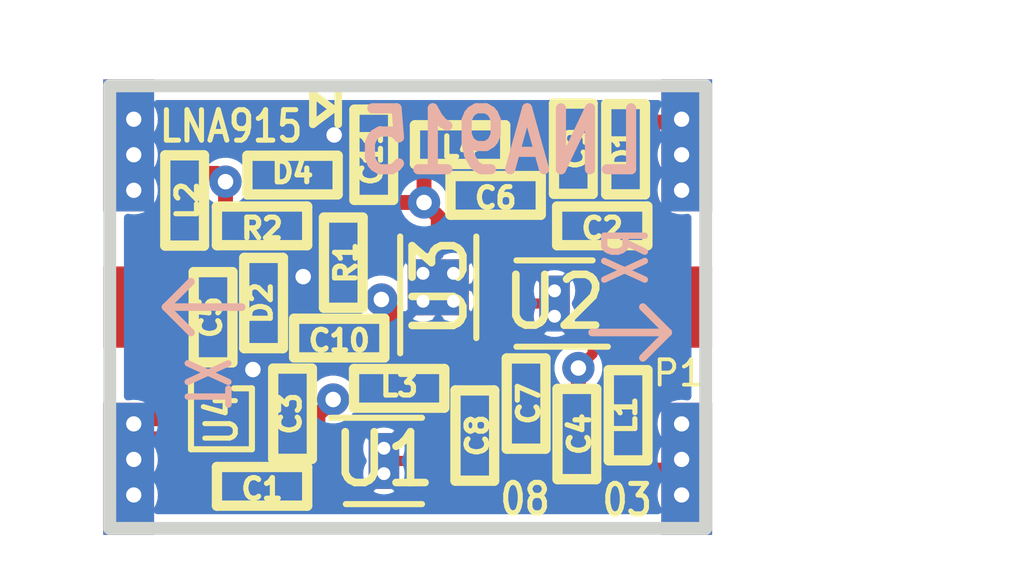
<source format=kicad_pcb>
(kicad_pcb (version 20171130) (host pcbnew 5.1.6)

  (general
    (thickness 0.8)
    (drawings 22)
    (tracks 132)
    (zones 0)
    (modules 25)
    (nets 18)
  )

  (page A4)
  (layers
    (0 F.Cu signal)
    (1 In1.Cu signal)
    (2 In2.Cu signal)
    (31 B.Cu signal)
    (32 B.Adhes user)
    (33 F.Adhes user)
    (34 B.Paste user)
    (35 F.Paste user)
    (36 B.SilkS user)
    (37 F.SilkS user)
    (38 B.Mask user)
    (39 F.Mask user)
    (40 Dwgs.User user)
    (41 Cmts.User user)
    (42 Eco1.User user)
    (43 Eco2.User user)
    (44 Edge.Cuts user)
    (45 Margin user)
    (46 B.CrtYd user)
    (47 F.CrtYd user)
    (48 B.Fab user)
    (49 F.Fab user)
  )

  (setup
    (last_trace_width 0.29337)
    (user_trace_width 0.2)
    (trace_clearance 0.127)
    (zone_clearance 0.1524)
    (zone_45_only yes)
    (trace_min 0.1524)
    (via_size 0.635)
    (via_drill 0.3048)
    (via_min_size 0.4572)
    (via_min_drill 0.254)
    (user_via 0.508 0.254)
    (uvia_size 0.508)
    (uvia_drill 0.127)
    (uvias_allowed no)
    (uvia_min_size 0.4572)
    (uvia_min_drill 0.127)
    (edge_width 0.1)
    (segment_width 0.2)
    (pcb_text_width 0.3)
    (pcb_text_size 1.5 1.5)
    (mod_edge_width 0.15)
    (mod_text_size 1 1)
    (mod_text_width 0.15)
    (pad_size 4.064 1.524)
    (pad_drill 0)
    (pad_to_mask_clearance 0.0508)
    (pad_to_paste_clearance_ratio -0.02)
    (aux_axis_origin 0 0)
    (visible_elements FFF9FFFF)
    (pcbplotparams
      (layerselection 0x010f8_ffffffff)
      (usegerberextensions true)
      (usegerberattributes false)
      (usegerberadvancedattributes false)
      (creategerberjobfile false)
      (excludeedgelayer true)
      (linewidth 0.150000)
      (plotframeref false)
      (viasonmask false)
      (mode 1)
      (useauxorigin false)
      (hpglpennumber 1)
      (hpglpenspeed 20)
      (hpglpendiameter 15.000000)
      (psnegative false)
      (psa4output false)
      (plotreference false)
      (plotvalue false)
      (plotinvisibletext false)
      (padsonsilk false)
      (subtractmaskfromsilk false)
      (outputformat 1)
      (mirror false)
      (drillshape 0)
      (scaleselection 1)
      (outputdirectory "gerbers"))
  )

  (net 0 "")
  (net 1 GND)
  (net 2 VCC)
  (net 3 "Net-(C1-Pad1)")
  (net 4 "Net-(C1-Pad2)")
  (net 5 "Net-(C2-Pad1)")
  (net 6 "Net-(C2-Pad2)")
  (net 7 "Net-(C5-Pad1)")
  (net 8 "Net-(C5-Pad2)")
  (net 9 "Net-(C7-Pad2)")
  (net 10 "Net-(C8-Pad1)")
  (net 11 "Net-(C8-Pad2)")
  (net 12 "Net-(C10-Pad2)")
  (net 13 "Net-(C7-Pad1)")
  (net 14 "Net-(D4-Pad2)")
  (net 15 "Net-(C6-Pad1)")
  (net 16 "Net-(C6-Pad2)")
  (net 17 "Net-(R1-Pad2)")

  (net_class Default "This is the default net class."
    (clearance 0.127)
    (trace_width 0.29337)
    (via_dia 0.635)
    (via_drill 0.3048)
    (uvia_dia 0.508)
    (uvia_drill 0.127)
    (diff_pair_width 0.2032)
    (diff_pair_gap 0.2032)
    (add_net GND)
    (add_net "Net-(C1-Pad1)")
    (add_net "Net-(C1-Pad2)")
    (add_net "Net-(C10-Pad2)")
    (add_net "Net-(C2-Pad1)")
    (add_net "Net-(C2-Pad2)")
    (add_net "Net-(C5-Pad1)")
    (add_net "Net-(C5-Pad2)")
    (add_net "Net-(C6-Pad1)")
    (add_net "Net-(C6-Pad2)")
    (add_net "Net-(C7-Pad1)")
    (add_net "Net-(C7-Pad2)")
    (add_net "Net-(C8-Pad1)")
    (add_net "Net-(C8-Pad2)")
    (add_net "Net-(D4-Pad2)")
    (add_net "Net-(R1-Pad2)")
    (add_net VCC)
  )

  (module gsg-modules:0402 (layer F.Cu) (tedit 5F26E02E) (tstamp 5F28A231)
    (at 134.13 96.88 90)
    (path /5F2886C8)
    (attr smd)
    (fp_text reference C9 (at 0 0.0508 90) (layer F.SilkS)
      (effects (font (size 0.4064 0.4064) (thickness 0.1016)))
    )
    (fp_text value "1 pF" (at 0 0.0508 90) (layer F.SilkS) hide
      (effects (font (size 0.4064 0.4064) (thickness 0.1016)))
    )
    (fp_line (start -0.94 0.43) (end -0.94 -0.43) (layer F.CrtYd) (width 0.05))
    (fp_line (start 0.94 0.43) (end -0.94 0.43) (layer F.CrtYd) (width 0.05))
    (fp_line (start 0.94 -0.43) (end 0.94 0.43) (layer F.CrtYd) (width 0.05))
    (fp_line (start -0.94 -0.43) (end 0.94 -0.43) (layer F.CrtYd) (width 0.05))
    (fp_line (start 0.889 -0.381) (end 0.889 0.381) (layer F.SilkS) (width 0.2032))
    (fp_line (start 0.889 0.381) (end -0.889 0.381) (layer F.SilkS) (width 0.2032))
    (fp_line (start -0.889 0.381) (end -0.889 -0.381) (layer F.SilkS) (width 0.2032))
    (fp_line (start -0.889 -0.381) (end 0.889 -0.381) (layer F.SilkS) (width 0.2032))
    (pad 1 smd rect (at -0.5334 0 90) (size 0.508 0.5588) (layers F.Cu F.Paste F.Mask)
      (net 5 "Net-(C2-Pad1)"))
    (pad 2 smd rect (at 0.5334 0 90) (size 0.508 0.5588) (layers F.Cu F.Paste F.Mask)
      (net 1 GND))
  )

  (module gsg-modules:SMA-KIT-1.5MF (layer F.Cu) (tedit 5F26EE20) (tstamp 5F278E99)
    (at 136.863 100 180)
    (path /5EF2AE41)
    (attr virtual)
    (fp_text reference P1 (at 0.663 -1.3) (layer F.SilkS)
      (effects (font (size 0.5 0.5) (thickness 0.075)))
    )
    (fp_text value SMA-KIT-1.5MF (at 0 5.2) (layer F.Fab)
      (effects (font (size 1 1) (thickness 0.15)))
    )
    (fp_text user %R (at 0.663 -1.3) (layer F.Fab)
      (effects (font (size 0.5 0.5) (thickness 0.075)))
    )
    (pad 4 smd rect (at 11.49 3.185) (size 1 2.6) (layers B.Cu B.Mask)
      (net 1 GND))
    (pad 4 thru_hole circle (at 11.39 3.7) (size 0.64 0.64) (drill 0.3) (layers *.Cu *.Mask)
      (net 1 GND))
    (pad 4 smd rect (at 11.49 -3.185) (size 1 2.6) (layers F.Cu F.Mask)
      (net 1 GND))
    (pad 4 thru_hole circle (at 11.39 -3) (size 0.64 0.64) (drill 0.3) (layers *.Cu *.Mask)
      (net 1 GND))
    (pad 4 thru_hole circle (at 11.39 2.3) (size 0.64 0.64) (drill 0.3) (layers *.Cu *.Mask)
      (net 1 GND))
    (pad 4 thru_hole circle (at 11.39 -2.3) (size 0.64 0.64) (drill 0.3) (layers *.Cu *.Mask)
      (net 1 GND))
    (pad 4 thru_hole circle (at 11.39 3) (size 0.64 0.64) (drill 0.3) (layers *.Cu *.Mask)
      (net 1 GND))
    (pad 4 smd rect (at 11.49 3.185) (size 1 2.6) (layers F.Cu F.Mask)
      (net 1 GND))
    (pad 3 smd rect (at 11.24 0) (size 1.5 1.6) (layers F.Cu F.Mask)
      (net 7 "Net-(C5-Pad1)"))
    (pad 4 smd rect (at 11.49 -3.185) (size 1 2.6) (layers B.Cu B.Mask)
      (net 1 GND))
    (pad 4 thru_hole circle (at 11.39 -3.7) (size 0.64 0.64) (drill 0.3) (layers *.Cu *.Mask)
      (net 1 GND))
    (pad 2 thru_hole circle (at 0.6 3.7 180) (size 0.64 0.64) (drill 0.3) (layers *.Cu *.Mask)
      (net 1 GND))
    (pad 2 thru_hole circle (at 0.6 3 180) (size 0.64 0.64) (drill 0.3) (layers *.Cu *.Mask)
      (net 1 GND))
    (pad 2 thru_hole circle (at 0.6 2.3 180) (size 0.64 0.64) (drill 0.3) (layers *.Cu *.Mask)
      (net 1 GND))
    (pad 2 thru_hole circle (at 0.6 -3.7 180) (size 0.64 0.64) (drill 0.3) (layers *.Cu *.Mask)
      (net 1 GND))
    (pad 2 thru_hole circle (at 0.6 -3 180) (size 0.64 0.64) (drill 0.3) (layers *.Cu *.Mask)
      (net 1 GND))
    (pad 2 thru_hole circle (at 0.6 -2.3 180) (size 0.64 0.64) (drill 0.3) (layers *.Cu *.Mask)
      (net 1 GND))
    (pad 1 smd rect (at 0.75 0 180) (size 1.5 1.6) (layers F.Cu F.Mask)
      (net 6 "Net-(C2-Pad2)"))
    (pad 2 smd rect (at 0.5 -3.185 180) (size 1 2.6) (layers F.Cu F.Mask)
      (net 1 GND))
    (pad 2 smd rect (at 0.5 3.185 180) (size 1 2.6) (layers B.Cu B.Mask)
      (net 1 GND))
    (pad 2 smd rect (at 0.5 -3.185 180) (size 1 2.6) (layers B.Cu B.Mask)
      (net 1 GND))
    (pad 2 smd rect (at 0.5 3.185 180) (size 1 2.6) (layers F.Cu F.Mask)
      (net 1 GND))
  )

  (module gsg-modules:GRF6011 (layer F.Cu) (tedit 5F279363) (tstamp 5F278692)
    (at 133.76 99.93 180)
    (path /5EF6E285)
    (attr smd)
    (fp_text reference U2 (at 0 0.03) (layer F.SilkS)
      (effects (font (size 1 1) (thickness 0.15)))
    )
    (fp_text value SWITCH (at 0 1.6) (layer F.Fab)
      (effects (font (size 1 1) (thickness 0.15)))
    )
    (fp_line (start -0.75 -0.35) (end -0.75 0.75) (layer F.Fab) (width 0.1))
    (fp_line (start -0.35 -0.75) (end 0.75 -0.75) (layer F.Fab) (width 0.1))
    (fp_line (start -0.75 -0.35) (end -0.35 -0.75) (layer F.Fab) (width 0.1))
    (fp_line (start 0.75 -0.85) (end -1.05 -0.85) (layer F.SilkS) (width 0.12))
    (fp_line (start 0.75 0.85) (end -0.75 0.85) (layer F.SilkS) (width 0.12))
    (fp_line (start 0.75 0.75) (end -0.75 0.75) (layer F.Fab) (width 0.1))
    (fp_line (start 0.75 -0.75) (end 0.75 0.75) (layer F.Fab) (width 0.1))
    (fp_line (start -1.1 -0.9) (end 1.1 -0.9) (layer F.CrtYd) (width 0.05))
    (fp_line (start 1.1 -0.9) (end 1.1 0.9) (layer F.CrtYd) (width 0.05))
    (fp_line (start 1.1 0.9) (end -1.1 0.9) (layer F.CrtYd) (width 0.05))
    (fp_line (start -1.1 0.9) (end -1.1 -0.9) (layer F.CrtYd) (width 0.05))
    (fp_text user %R (at 0 0) (layer F.Fab)
      (effects (font (size 0.5 0.3) (thickness 0.075)))
    )
    (pad 7 smd rect (at 0 0 180) (size 0.6 0.3) (layers F.Cu F.Paste)
      (net 1 GND))
    (pad 7 smd rect (at 0 0.45 180) (size 0.6 0.2) (layers F.Cu F.Paste)
      (net 1 GND))
    (pad 7 smd rect (at 0 -0.45 180) (size 0.6 0.2) (layers F.Cu F.Paste)
      (net 1 GND))
    (pad 7 smd rect (at 0 0 180) (size 0.6 1.1) (layers B.Cu)
      (net 1 GND))
    (pad 7 thru_hole circle (at 0 0.25 180) (size 0.508 0.508) (drill 0.254) (layers *.Cu *.Mask)
      (net 1 GND))
    (pad 7 thru_hole circle (at 0 -0.25 180) (size 0.508 0.508) (drill 0.254) (layers *.Cu *.Mask)
      (net 1 GND))
    (pad 7 smd rect (at 0 0 180) (size 0.6 1.1) (layers F.Cu F.Mask)
      (net 1 GND))
    (pad 6 smd rect (at 0.75 -0.5 180) (size 0.4 0.2) (layers F.Cu F.Paste F.Mask)
      (net 9 "Net-(C7-Pad2)"))
    (pad 5 smd rect (at 0.75 0 180) (size 0.4 0.2) (layers F.Cu F.Paste F.Mask)
      (net 1 GND))
    (pad 4 smd rect (at 0.75 0.5 180) (size 0.4 0.2) (layers F.Cu F.Paste F.Mask)
      (net 16 "Net-(C6-Pad2)"))
    (pad 3 smd rect (at -0.75 0.5 180) (size 0.4 0.2) (layers F.Cu F.Paste F.Mask)
      (net 5 "Net-(C2-Pad1)"))
    (pad 2 smd rect (at -0.75 0 180) (size 0.4 0.2) (layers F.Cu F.Paste F.Mask)
      (net 2 VCC))
    (pad 1 smd rect (at -0.75 -0.5 180) (size 0.4 0.2) (layers F.Cu F.Paste F.Mask)
      (net 2 VCC))
  )

  (module gsg-modules:TSLP-7-1 (layer F.Cu) (tedit 5F26DB3A) (tstamp 5F2788A4)
    (at 131.47 99.61)
    (path /52F68792)
    (attr smd)
    (fp_text reference U3 (at 0.03 -0.01 90) (layer F.SilkS)
      (effects (font (size 1 1) (thickness 0.15)))
    )
    (fp_text value LNA (at 0 2) (layer F.Fab)
      (effects (font (size 1 1) (thickness 0.15)))
    )
    (fp_line (start -0.35 1) (end -0.65 0.7) (layer F.Fab) (width 0.1))
    (fp_line (start -0.8 1.25) (end -0.8 -1.25) (layer F.CrtYd) (width 0.05))
    (fp_line (start 0.8 1.25) (end -0.8 1.25) (layer F.CrtYd) (width 0.05))
    (fp_line (start 0.8 -1.25) (end 0.8 1.25) (layer F.CrtYd) (width 0.05))
    (fp_line (start -0.8 -1.25) (end 0.8 -1.25) (layer F.CrtYd) (width 0.05))
    (fp_line (start -0.65 0.7) (end -0.65 -1) (layer F.Fab) (width 0.1))
    (fp_line (start 0.65 1) (end -0.35 1) (layer F.Fab) (width 0.1))
    (fp_line (start 0.65 -1) (end 0.65 1) (layer F.Fab) (width 0.1))
    (fp_line (start -0.65 -1) (end 0.65 -1) (layer F.Fab) (width 0.1))
    (fp_line (start 0.75 -1) (end 0.75 1) (layer F.SilkS) (width 0.12))
    (fp_line (start -0.75 -1) (end -0.75 1.3) (layer F.SilkS) (width 0.12))
    (fp_text user %R (at 0 0 90) (layer F.Fab)
      (effects (font (size 0.5 0.5) (thickness 0.075)))
    )
    (pad 7 smd rect (at 0.45 0.4) (size 0.3 0.3) (layers F.Cu F.Paste)
      (net 1 GND))
    (pad 7 smd rect (at 0 0.4) (size 0.3 0.3) (layers F.Cu F.Paste)
      (net 1 GND))
    (pad 7 smd rect (at -0.45 0.4) (size 0.3 0.3) (layers F.Cu F.Paste)
      (net 1 GND))
    (pad 7 smd rect (at -0.45 0) (size 0.3 0.3) (layers F.Cu F.Paste)
      (net 1 GND))
    (pad 7 smd rect (at -0.45 -0.4) (size 0.3 0.3) (layers F.Cu F.Paste)
      (net 1 GND))
    (pad 7 smd rect (at 0 -0.4) (size 0.3 0.3) (layers F.Cu F.Paste)
      (net 1 GND))
    (pad 7 smd rect (at 0.45 -0.4) (size 0.3 0.3) (layers F.Cu F.Paste)
      (net 1 GND))
    (pad 7 smd rect (at 0.45 0) (size 0.3 0.3) (layers F.Cu F.Paste)
      (net 1 GND))
    (pad 7 thru_hole circle (at -0.3 -0.275) (size 0.5 0.5) (drill 0.254) (layers *.Cu *.Mask)
      (net 1 GND))
    (pad 7 thru_hole circle (at -0.3 0.275) (size 0.5 0.5) (drill 0.254) (layers *.Cu *.Mask)
      (net 1 GND))
    (pad 7 thru_hole circle (at 0.3 0.275) (size 0.5 0.5) (drill 0.254) (layers *.Cu *.Mask)
      (net 1 GND))
    (pad 7 thru_hole circle (at 0.3 -0.275) (size 0.5 0.5) (drill 0.254) (layers *.Cu *.Mask)
      (net 1 GND))
    (pad 7 smd rect (at 0 0) (size 1.2 1.1) (layers F.Cu F.Mask)
      (net 1 GND))
    (pad 7 smd rect (at 0 0) (size 0.3 0.3) (layers F.Cu F.Paste)
      (net 1 GND))
    (pad 6 smd rect (at -0.5 -0.925) (size 0.3 0.35) (layers F.Cu F.Paste F.Mask)
      (net 17 "Net-(R1-Pad2)"))
    (pad 5 smd rect (at 0 -0.925) (size 0.3 0.35) (layers F.Cu F.Paste F.Mask)
      (net 2 VCC))
    (pad 4 smd rect (at 0.5 -0.925) (size 0.3 0.35) (layers F.Cu F.Paste F.Mask)
      (net 15 "Net-(C6-Pad1)"))
    (pad 3 smd rect (at 0.5 0.925) (size 0.3 0.35) (layers F.Cu F.Paste F.Mask)
      (net 11 "Net-(C8-Pad2)"))
    (pad 2 smd rect (at 0 0.925) (size 0.3 0.35) (layers F.Cu F.Paste F.Mask)
      (net 12 "Net-(C10-Pad2)"))
    (pad 1 smd rect (at -0.5 0.925) (size 0.3 0.35) (layers F.Cu F.Paste F.Mask)
      (net 2 VCC) (die_length 3.40614))
    (pad 7 smd rect (at 0 0) (size 1.2 1.1) (layers B.Cu)
      (net 1 GND))
  )

  (module gsg-modules:F5Q (layer F.Cu) (tedit 5F26F223) (tstamp 5F278651)
    (at 127.2 102.2 270)
    (path /52F44412)
    (fp_text reference U4 (at 0 0 90) (layer F.SilkS)
      (effects (font (size 0.6 0.5) (thickness 0.1)))
    )
    (fp_text value SAW (at 0 1.35 90) (layer F.Fab)
      (effects (font (size 1 1) (thickness 0.15)))
    )
    (fp_line (start -0.85 -0.7) (end 0.7 -0.7) (layer F.CrtYd) (width 0.05))
    (fp_line (start -0.85 0.7) (end -0.85 -0.7) (layer F.CrtYd) (width 0.05))
    (fp_line (start 0.7 0.7) (end -0.85 0.7) (layer F.CrtYd) (width 0.05))
    (fp_line (start 0.7 -0.7) (end 0.7 0.7) (layer F.CrtYd) (width 0.05))
    (fp_line (start -0.55 0.45) (end -0.55 -0.45) (layer F.Fab) (width 0.1))
    (fp_line (start 0.55 0.45) (end -0.55 0.45) (layer F.Fab) (width 0.1))
    (fp_line (start 0.55 -0.45) (end 0.55 0.45) (layer F.Fab) (width 0.1))
    (fp_line (start -0.55 -0.45) (end 0.55 -0.45) (layer F.Fab) (width 0.1))
    (fp_line (start -0.6 -0.6) (end 0.6 -0.6) (layer F.SilkS) (width 0.12))
    (fp_line (start 0.6 -0.6) (end 0.6 0.6) (layer F.SilkS) (width 0.12))
    (fp_line (start 0.6 0.6) (end -0.7508 0.6) (layer F.SilkS) (width 0.12))
    (fp_line (start -0.6 -0.6) (end -0.6 -0.25) (layer F.SilkS) (width 0.12))
    (fp_text user %R (at 0 0 90) (layer F.Fab)
      (effects (font (size 0.5 0.3) (thickness 0.075)))
    )
    (pad 1 smd rect (at -0.495 0 270) (size 0.4 0.25) (layers F.Cu F.Paste F.Mask)
      (net 8 "Net-(C5-Pad2)") (die_length 3.40614))
    (pad 3 smd rect (at 0.395 0.325 270) (size 0.25 0.4) (layers F.Cu F.Paste F.Mask)
      (net 1 GND) (die_length -1518.485687))
    (pad 4 smd rect (at 0.395 -0.325 270) (size 0.25 0.4) (layers F.Cu F.Paste F.Mask)
      (net 3 "Net-(C1-Pad1)") (die_length -1518.485687))
    (pad 2 smd rect (at 0 0.325 270) (size 0.25 0.4) (layers F.Cu F.Paste F.Mask)
      (net 1 GND) (die_length 3.40614))
    (pad 5 smd rect (at 0 -0.325 270) (size 0.25 0.4) (layers F.Cu F.Paste F.Mask)
      (net 1 GND))
  )

  (module gsg-modules:GRF6011 (layer F.Cu) (tedit 5F279363) (tstamp 5F277FC8)
    (at 130.4 103.03)
    (path /5EF1EE32)
    (attr smd)
    (fp_text reference U1 (at 0 -0.03) (layer F.SilkS)
      (effects (font (size 1 1) (thickness 0.15)))
    )
    (fp_text value SWITCH (at 0 1.6) (layer F.Fab)
      (effects (font (size 1 1) (thickness 0.15)))
    )
    (fp_line (start -0.75 -0.35) (end -0.75 0.75) (layer F.Fab) (width 0.1))
    (fp_line (start -0.35 -0.75) (end 0.75 -0.75) (layer F.Fab) (width 0.1))
    (fp_line (start -0.75 -0.35) (end -0.35 -0.75) (layer F.Fab) (width 0.1))
    (fp_line (start 0.75 -0.85) (end -1.05 -0.85) (layer F.SilkS) (width 0.12))
    (fp_line (start 0.75 0.85) (end -0.75 0.85) (layer F.SilkS) (width 0.12))
    (fp_line (start 0.75 0.75) (end -0.75 0.75) (layer F.Fab) (width 0.1))
    (fp_line (start 0.75 -0.75) (end 0.75 0.75) (layer F.Fab) (width 0.1))
    (fp_line (start -1.1 -0.9) (end 1.1 -0.9) (layer F.CrtYd) (width 0.05))
    (fp_line (start 1.1 -0.9) (end 1.1 0.9) (layer F.CrtYd) (width 0.05))
    (fp_line (start 1.1 0.9) (end -1.1 0.9) (layer F.CrtYd) (width 0.05))
    (fp_line (start -1.1 0.9) (end -1.1 -0.9) (layer F.CrtYd) (width 0.05))
    (fp_text user %R (at 0 0) (layer F.Fab)
      (effects (font (size 0.5 0.3) (thickness 0.075)))
    )
    (pad 7 smd rect (at 0 0) (size 0.6 0.3) (layers F.Cu F.Paste)
      (net 1 GND))
    (pad 7 smd rect (at 0 0.45) (size 0.6 0.2) (layers F.Cu F.Paste)
      (net 1 GND))
    (pad 7 smd rect (at 0 -0.45) (size 0.6 0.2) (layers F.Cu F.Paste)
      (net 1 GND))
    (pad 7 smd rect (at 0 0) (size 0.6 1.1) (layers B.Cu)
      (net 1 GND))
    (pad 7 thru_hole circle (at 0 0.25) (size 0.508 0.508) (drill 0.254) (layers *.Cu *.Mask)
      (net 1 GND))
    (pad 7 thru_hole circle (at 0 -0.25) (size 0.508 0.508) (drill 0.254) (layers *.Cu *.Mask)
      (net 1 GND))
    (pad 7 smd rect (at 0 0) (size 0.6 1.1) (layers F.Cu F.Mask)
      (net 1 GND))
    (pad 6 smd rect (at 0.75 -0.5) (size 0.4 0.2) (layers F.Cu F.Paste F.Mask)
      (net 13 "Net-(C7-Pad1)"))
    (pad 5 smd rect (at 0.75 0) (size 0.4 0.2) (layers F.Cu F.Paste F.Mask)
      (net 1 GND))
    (pad 4 smd rect (at 0.75 0.5) (size 0.4 0.2) (layers F.Cu F.Paste F.Mask)
      (net 10 "Net-(C8-Pad1)"))
    (pad 3 smd rect (at -0.75 0.5) (size 0.4 0.2) (layers F.Cu F.Paste F.Mask)
      (net 4 "Net-(C1-Pad2)"))
    (pad 2 smd rect (at -0.75 0) (size 0.4 0.2) (layers F.Cu F.Paste F.Mask)
      (net 2 VCC))
    (pad 1 smd rect (at -0.75 -0.5) (size 0.4 0.2) (layers F.Cu F.Paste F.Mask)
      (net 2 VCC))
  )

  (module gsg-modules:0402 (layer F.Cu) (tedit 5F26E02E) (tstamp 5EF09A23)
    (at 128 98.4)
    (path /52F68CBB)
    (attr smd)
    (fp_text reference R2 (at 0 0.0508) (layer F.SilkS)
      (effects (font (size 0.4064 0.4064) (thickness 0.1016)))
    )
    (fp_text value 470 (at 0 0.0508) (layer F.SilkS) hide
      (effects (font (size 0.4064 0.4064) (thickness 0.1016)))
    )
    (fp_line (start -0.94 0.43) (end -0.94 -0.43) (layer F.CrtYd) (width 0.05))
    (fp_line (start 0.94 0.43) (end -0.94 0.43) (layer F.CrtYd) (width 0.05))
    (fp_line (start 0.94 -0.43) (end 0.94 0.43) (layer F.CrtYd) (width 0.05))
    (fp_line (start -0.94 -0.43) (end 0.94 -0.43) (layer F.CrtYd) (width 0.05))
    (fp_line (start 0.889 -0.381) (end 0.889 0.381) (layer F.SilkS) (width 0.2032))
    (fp_line (start 0.889 0.381) (end -0.889 0.381) (layer F.SilkS) (width 0.2032))
    (fp_line (start -0.889 0.381) (end -0.889 -0.381) (layer F.SilkS) (width 0.2032))
    (fp_line (start -0.889 -0.381) (end 0.889 -0.381) (layer F.SilkS) (width 0.2032))
    (pad 1 smd rect (at -0.5334 0) (size 0.508 0.5588) (layers F.Cu F.Paste F.Mask)
      (net 2 VCC))
    (pad 2 smd rect (at 0.5334 0) (size 0.508 0.5588) (layers F.Cu F.Paste F.Mask)
      (net 14 "Net-(D4-Pad2)"))
  )

  (module gsg-modules:0402 (layer F.Cu) (tedit 5F26E02E) (tstamp 5EF0949D)
    (at 129.6 99.125 90)
    (path /52F68800)
    (attr smd)
    (fp_text reference R1 (at 0 0.0508 90) (layer F.SilkS)
      (effects (font (size 0.4064 0.4064) (thickness 0.1016)))
    )
    (fp_text value 3k (at 0 0.0508 90) (layer F.SilkS) hide
      (effects (font (size 0.4064 0.4064) (thickness 0.1016)))
    )
    (fp_line (start -0.94 0.43) (end -0.94 -0.43) (layer F.CrtYd) (width 0.05))
    (fp_line (start 0.94 0.43) (end -0.94 0.43) (layer F.CrtYd) (width 0.05))
    (fp_line (start 0.94 -0.43) (end 0.94 0.43) (layer F.CrtYd) (width 0.05))
    (fp_line (start -0.94 -0.43) (end 0.94 -0.43) (layer F.CrtYd) (width 0.05))
    (fp_line (start 0.889 -0.381) (end 0.889 0.381) (layer F.SilkS) (width 0.2032))
    (fp_line (start 0.889 0.381) (end -0.889 0.381) (layer F.SilkS) (width 0.2032))
    (fp_line (start -0.889 0.381) (end -0.889 -0.381) (layer F.SilkS) (width 0.2032))
    (fp_line (start -0.889 -0.381) (end 0.889 -0.381) (layer F.SilkS) (width 0.2032))
    (pad 1 smd rect (at -0.5334 0 90) (size 0.508 0.5588) (layers F.Cu F.Paste F.Mask)
      (net 2 VCC))
    (pad 2 smd rect (at 0.5334 0 90) (size 0.508 0.5588) (layers F.Cu F.Paste F.Mask)
      (net 17 "Net-(R1-Pad2)"))
  )

  (module gsg-modules:0402 (layer F.Cu) (tedit 5F26E02E) (tstamp 5F282B4A)
    (at 131.9 96.8)
    (path /52F688CD)
    (attr smd)
    (fp_text reference L4 (at 0 0.0508) (layer F.SilkS)
      (effects (font (size 0.4064 0.4064) (thickness 0.1016)))
    )
    (fp_text value 39nH (at 0 0.0508) (layer F.SilkS) hide
      (effects (font (size 0.4064 0.4064) (thickness 0.1016)))
    )
    (fp_line (start -0.94 0.43) (end -0.94 -0.43) (layer F.CrtYd) (width 0.05))
    (fp_line (start 0.94 0.43) (end -0.94 0.43) (layer F.CrtYd) (width 0.05))
    (fp_line (start 0.94 -0.43) (end 0.94 0.43) (layer F.CrtYd) (width 0.05))
    (fp_line (start -0.94 -0.43) (end 0.94 -0.43) (layer F.CrtYd) (width 0.05))
    (fp_line (start 0.889 -0.381) (end 0.889 0.381) (layer F.SilkS) (width 0.2032))
    (fp_line (start 0.889 0.381) (end -0.889 0.381) (layer F.SilkS) (width 0.2032))
    (fp_line (start -0.889 0.381) (end -0.889 -0.381) (layer F.SilkS) (width 0.2032))
    (fp_line (start -0.889 -0.381) (end 0.889 -0.381) (layer F.SilkS) (width 0.2032))
    (pad 1 smd rect (at -0.5334 0) (size 0.508 0.5588) (layers F.Cu F.Paste F.Mask)
      (net 2 VCC))
    (pad 2 smd rect (at 0.5334 0) (size 0.508 0.5588) (layers F.Cu F.Paste F.Mask)
      (net 15 "Net-(C6-Pad1)"))
  )

  (module gsg-modules:0402 (layer F.Cu) (tedit 5F26E02E) (tstamp 5F273959)
    (at 130.7 101.6 180)
    (path /52F68C24)
    (attr smd)
    (fp_text reference L3 (at 0 0.0508) (layer F.SilkS)
      (effects (font (size 0.4064 0.4064) (thickness 0.1016)))
    )
    (fp_text value 39nH (at 0 0.0508) (layer F.SilkS) hide
      (effects (font (size 0.4064 0.4064) (thickness 0.1016)))
    )
    (fp_line (start -0.94 0.43) (end -0.94 -0.43) (layer F.CrtYd) (width 0.05))
    (fp_line (start 0.94 0.43) (end -0.94 0.43) (layer F.CrtYd) (width 0.05))
    (fp_line (start 0.94 -0.43) (end 0.94 0.43) (layer F.CrtYd) (width 0.05))
    (fp_line (start -0.94 -0.43) (end 0.94 -0.43) (layer F.CrtYd) (width 0.05))
    (fp_line (start 0.889 -0.381) (end 0.889 0.381) (layer F.SilkS) (width 0.2032))
    (fp_line (start 0.889 0.381) (end -0.889 0.381) (layer F.SilkS) (width 0.2032))
    (fp_line (start -0.889 0.381) (end -0.889 -0.381) (layer F.SilkS) (width 0.2032))
    (fp_line (start -0.889 -0.381) (end 0.889 -0.381) (layer F.SilkS) (width 0.2032))
    (pad 1 smd rect (at -0.5334 0 180) (size 0.508 0.5588) (layers F.Cu F.Paste F.Mask)
      (net 11 "Net-(C8-Pad2)"))
    (pad 2 smd rect (at 0.5334 0 180) (size 0.508 0.5588) (layers F.Cu F.Paste F.Mask)
      (net 12 "Net-(C10-Pad2)"))
  )

  (module gsg-modules:0402 (layer F.Cu) (tedit 5F26E02E) (tstamp 5EF08061)
    (at 126.475 97.9 90)
    (path /5F219001)
    (attr smd)
    (fp_text reference L2 (at 0 0.0508 90) (layer F.SilkS)
      (effects (font (size 0.4064 0.4064) (thickness 0.1016)))
    )
    (fp_text value 39nH (at 0 0.0508 90) (layer F.SilkS) hide
      (effects (font (size 0.4064 0.4064) (thickness 0.1016)))
    )
    (fp_line (start -0.94 0.43) (end -0.94 -0.43) (layer F.CrtYd) (width 0.05))
    (fp_line (start 0.94 0.43) (end -0.94 0.43) (layer F.CrtYd) (width 0.05))
    (fp_line (start 0.94 -0.43) (end 0.94 0.43) (layer F.CrtYd) (width 0.05))
    (fp_line (start -0.94 -0.43) (end 0.94 -0.43) (layer F.CrtYd) (width 0.05))
    (fp_line (start 0.889 -0.381) (end 0.889 0.381) (layer F.SilkS) (width 0.2032))
    (fp_line (start 0.889 0.381) (end -0.889 0.381) (layer F.SilkS) (width 0.2032))
    (fp_line (start -0.889 0.381) (end -0.889 -0.381) (layer F.SilkS) (width 0.2032))
    (fp_line (start -0.889 -0.381) (end 0.889 -0.381) (layer F.SilkS) (width 0.2032))
    (pad 1 smd rect (at -0.5334 0 90) (size 0.508 0.5588) (layers F.Cu F.Paste F.Mask)
      (net 7 "Net-(C5-Pad1)"))
    (pad 2 smd rect (at 0.5334 0 90) (size 0.508 0.5588) (layers F.Cu F.Paste F.Mask)
      (net 2 VCC))
  )

  (module gsg-modules:0402 (layer F.Cu) (tedit 5F26E02E) (tstamp 5F282AE1)
    (at 135.21 102.13 270)
    (path /52F68C64)
    (attr smd)
    (fp_text reference L1 (at 0 0.0508 90) (layer F.SilkS)
      (effects (font (size 0.4064 0.4064) (thickness 0.1016)))
    )
    (fp_text value 39nH (at 0 0.0508 90) (layer F.SilkS) hide
      (effects (font (size 0.4064 0.4064) (thickness 0.1016)))
    )
    (fp_line (start -0.94 0.43) (end -0.94 -0.43) (layer F.CrtYd) (width 0.05))
    (fp_line (start 0.94 0.43) (end -0.94 0.43) (layer F.CrtYd) (width 0.05))
    (fp_line (start 0.94 -0.43) (end 0.94 0.43) (layer F.CrtYd) (width 0.05))
    (fp_line (start -0.94 -0.43) (end 0.94 -0.43) (layer F.CrtYd) (width 0.05))
    (fp_line (start 0.889 -0.381) (end 0.889 0.381) (layer F.SilkS) (width 0.2032))
    (fp_line (start 0.889 0.381) (end -0.889 0.381) (layer F.SilkS) (width 0.2032))
    (fp_line (start -0.889 0.381) (end -0.889 -0.381) (layer F.SilkS) (width 0.2032))
    (fp_line (start -0.889 -0.381) (end 0.889 -0.381) (layer F.SilkS) (width 0.2032))
    (pad 1 smd rect (at -0.5334 0 270) (size 0.508 0.5588) (layers F.Cu F.Paste F.Mask)
      (net 6 "Net-(C2-Pad2)"))
    (pad 2 smd rect (at 0.5334 0 270) (size 0.508 0.5588) (layers F.Cu F.Paste F.Mask)
      (net 2 VCC))
  )

  (module gsg-modules:0402 (layer F.Cu) (tedit 5F26E02E) (tstamp 52F6BFEC)
    (at 128.6 97.4 180)
    (path /52F51772)
    (attr smd)
    (fp_text reference D4 (at 0 0.0508) (layer F.SilkS)
      (effects (font (size 0.4064 0.4064) (thickness 0.1016)))
    )
    (fp_text value LNALED (at 0 0.0508) (layer F.SilkS) hide
      (effects (font (size 0.4064 0.4064) (thickness 0.1016)))
    )
    (fp_line (start -0.94 0.43) (end -0.94 -0.43) (layer F.CrtYd) (width 0.05))
    (fp_line (start 0.94 0.43) (end -0.94 0.43) (layer F.CrtYd) (width 0.05))
    (fp_line (start 0.94 -0.43) (end 0.94 0.43) (layer F.CrtYd) (width 0.05))
    (fp_line (start -0.94 -0.43) (end 0.94 -0.43) (layer F.CrtYd) (width 0.05))
    (fp_line (start 0.889 -0.381) (end 0.889 0.381) (layer F.SilkS) (width 0.2032))
    (fp_line (start 0.889 0.381) (end -0.889 0.381) (layer F.SilkS) (width 0.2032))
    (fp_line (start -0.889 0.381) (end -0.889 -0.381) (layer F.SilkS) (width 0.2032))
    (fp_line (start -0.889 -0.381) (end 0.889 -0.381) (layer F.SilkS) (width 0.2032))
    (pad 1 smd rect (at -0.5334 0 180) (size 0.508 0.5588) (layers F.Cu F.Paste F.Mask)
      (net 1 GND))
    (pad 2 smd rect (at 0.5334 0 180) (size 0.508 0.5588) (layers F.Cu F.Paste F.Mask)
      (net 14 "Net-(D4-Pad2)"))
  )

  (module gsg-modules:0402 (layer F.Cu) (tedit 5F26E02E) (tstamp 5EF02082)
    (at 128.03 99.92 270)
    (path /52F69FCE)
    (attr smd)
    (fp_text reference D2 (at 0 0.0508 90) (layer F.SilkS)
      (effects (font (size 0.4064 0.4064) (thickness 0.1016)))
    )
    (fp_text value D_TVS (at 0 0.0508 90) (layer F.SilkS) hide
      (effects (font (size 0.4064 0.4064) (thickness 0.1016)))
    )
    (fp_line (start -0.94 0.43) (end -0.94 -0.43) (layer F.CrtYd) (width 0.05))
    (fp_line (start 0.94 0.43) (end -0.94 0.43) (layer F.CrtYd) (width 0.05))
    (fp_line (start 0.94 -0.43) (end 0.94 0.43) (layer F.CrtYd) (width 0.05))
    (fp_line (start -0.94 -0.43) (end 0.94 -0.43) (layer F.CrtYd) (width 0.05))
    (fp_line (start 0.889 -0.381) (end 0.889 0.381) (layer F.SilkS) (width 0.2032))
    (fp_line (start 0.889 0.381) (end -0.889 0.381) (layer F.SilkS) (width 0.2032))
    (fp_line (start -0.889 0.381) (end -0.889 -0.381) (layer F.SilkS) (width 0.2032))
    (fp_line (start -0.889 -0.381) (end 0.889 -0.381) (layer F.SilkS) (width 0.2032))
    (pad 1 smd rect (at -0.5334 0 270) (size 0.508 0.5588) (layers F.Cu F.Paste F.Mask)
      (net 1 GND))
    (pad 2 smd rect (at 0.5334 0 270) (size 0.508 0.5588) (layers F.Cu F.Paste F.Mask)
      (net 8 "Net-(C5-Pad2)"))
  )

  (module gsg-modules:0402 (layer F.Cu) (tedit 5F26E02E) (tstamp 5F26AD58)
    (at 135.16 96.89 270)
    (path /52F44107)
    (attr smd)
    (fp_text reference D1 (at 0 0.0508 90) (layer F.SilkS)
      (effects (font (size 0.4064 0.4064) (thickness 0.1016)))
    )
    (fp_text value D_TVS (at 0 0.0508 90) (layer F.SilkS) hide
      (effects (font (size 0.4064 0.4064) (thickness 0.1016)))
    )
    (fp_line (start -0.94 0.43) (end -0.94 -0.43) (layer F.CrtYd) (width 0.05))
    (fp_line (start 0.94 0.43) (end -0.94 0.43) (layer F.CrtYd) (width 0.05))
    (fp_line (start 0.94 -0.43) (end 0.94 0.43) (layer F.CrtYd) (width 0.05))
    (fp_line (start -0.94 -0.43) (end 0.94 -0.43) (layer F.CrtYd) (width 0.05))
    (fp_line (start 0.889 -0.381) (end 0.889 0.381) (layer F.SilkS) (width 0.2032))
    (fp_line (start 0.889 0.381) (end -0.889 0.381) (layer F.SilkS) (width 0.2032))
    (fp_line (start -0.889 0.381) (end -0.889 -0.381) (layer F.SilkS) (width 0.2032))
    (fp_line (start -0.889 -0.381) (end 0.889 -0.381) (layer F.SilkS) (width 0.2032))
    (pad 1 smd rect (at -0.5334 0 270) (size 0.508 0.5588) (layers F.Cu F.Paste F.Mask)
      (net 1 GND))
    (pad 2 smd rect (at 0.5334 0 270) (size 0.508 0.5588) (layers F.Cu F.Paste F.Mask)
      (net 6 "Net-(C2-Pad2)"))
  )

  (module gsg-modules:0402 (layer F.Cu) (tedit 5F26E02E) (tstamp 5EF09436)
    (at 130.2 97 270)
    (path /52F69F2A)
    (attr smd)
    (fp_text reference C11 (at 0 0.0508 90) (layer F.SilkS)
      (effects (font (size 0.4064 0.4064) (thickness 0.1016)))
    )
    (fp_text value 1uF (at 0 0.0508 90) (layer F.SilkS) hide
      (effects (font (size 0.4064 0.4064) (thickness 0.1016)))
    )
    (fp_line (start -0.94 0.43) (end -0.94 -0.43) (layer F.CrtYd) (width 0.05))
    (fp_line (start 0.94 0.43) (end -0.94 0.43) (layer F.CrtYd) (width 0.05))
    (fp_line (start 0.94 -0.43) (end 0.94 0.43) (layer F.CrtYd) (width 0.05))
    (fp_line (start -0.94 -0.43) (end 0.94 -0.43) (layer F.CrtYd) (width 0.05))
    (fp_line (start 0.889 -0.381) (end 0.889 0.381) (layer F.SilkS) (width 0.2032))
    (fp_line (start 0.889 0.381) (end -0.889 0.381) (layer F.SilkS) (width 0.2032))
    (fp_line (start -0.889 0.381) (end -0.889 -0.381) (layer F.SilkS) (width 0.2032))
    (fp_line (start -0.889 -0.381) (end 0.889 -0.381) (layer F.SilkS) (width 0.2032))
    (pad 1 smd rect (at -0.5334 0 270) (size 0.508 0.5588) (layers F.Cu F.Paste F.Mask)
      (net 1 GND))
    (pad 2 smd rect (at 0.5334 0 270) (size 0.508 0.5588) (layers F.Cu F.Paste F.Mask)
      (net 2 VCC))
  )

  (module gsg-modules:0402 (layer F.Cu) (tedit 5F26E02E) (tstamp 5EF08940)
    (at 129.52 100.61)
    (path /52F68A00)
    (attr smd)
    (fp_text reference C10 (at 0 0.0508) (layer F.SilkS)
      (effects (font (size 0.4064 0.4064) (thickness 0.1016)))
    )
    (fp_text value 1uF (at 0 0.0508) (layer F.SilkS) hide
      (effects (font (size 0.4064 0.4064) (thickness 0.1016)))
    )
    (fp_line (start -0.94 0.43) (end -0.94 -0.43) (layer F.CrtYd) (width 0.05))
    (fp_line (start 0.94 0.43) (end -0.94 0.43) (layer F.CrtYd) (width 0.05))
    (fp_line (start 0.94 -0.43) (end 0.94 0.43) (layer F.CrtYd) (width 0.05))
    (fp_line (start -0.94 -0.43) (end 0.94 -0.43) (layer F.CrtYd) (width 0.05))
    (fp_line (start 0.889 -0.381) (end 0.889 0.381) (layer F.SilkS) (width 0.2032))
    (fp_line (start 0.889 0.381) (end -0.889 0.381) (layer F.SilkS) (width 0.2032))
    (fp_line (start -0.889 0.381) (end -0.889 -0.381) (layer F.SilkS) (width 0.2032))
    (fp_line (start -0.889 -0.381) (end 0.889 -0.381) (layer F.SilkS) (width 0.2032))
    (pad 1 smd rect (at -0.5334 0) (size 0.508 0.5588) (layers F.Cu F.Paste F.Mask)
      (net 1 GND))
    (pad 2 smd rect (at 0.5334 0) (size 0.508 0.5588) (layers F.Cu F.Paste F.Mask)
      (net 12 "Net-(C10-Pad2)"))
  )

  (module gsg-modules:0402 (layer F.Cu) (tedit 5F26E02E) (tstamp 5EF090B0)
    (at 132.6 97.8)
    (path /52F69EBA)
    (attr smd)
    (fp_text reference C6 (at 0 0.0508) (layer F.SilkS)
      (effects (font (size 0.4064 0.4064) (thickness 0.1016)))
    )
    (fp_text value 100pF (at 0 0.0508) (layer F.SilkS) hide
      (effects (font (size 0.4064 0.4064) (thickness 0.1016)))
    )
    (fp_line (start -0.94 0.43) (end -0.94 -0.43) (layer F.CrtYd) (width 0.05))
    (fp_line (start 0.94 0.43) (end -0.94 0.43) (layer F.CrtYd) (width 0.05))
    (fp_line (start 0.94 -0.43) (end 0.94 0.43) (layer F.CrtYd) (width 0.05))
    (fp_line (start -0.94 -0.43) (end 0.94 -0.43) (layer F.CrtYd) (width 0.05))
    (fp_line (start 0.889 -0.381) (end 0.889 0.381) (layer F.SilkS) (width 0.2032))
    (fp_line (start 0.889 0.381) (end -0.889 0.381) (layer F.SilkS) (width 0.2032))
    (fp_line (start -0.889 0.381) (end -0.889 -0.381) (layer F.SilkS) (width 0.2032))
    (fp_line (start -0.889 -0.381) (end 0.889 -0.381) (layer F.SilkS) (width 0.2032))
    (pad 1 smd rect (at -0.5334 0) (size 0.508 0.5588) (layers F.Cu F.Paste F.Mask)
      (net 15 "Net-(C6-Pad1)"))
    (pad 2 smd rect (at 0.5334 0) (size 0.508 0.5588) (layers F.Cu F.Paste F.Mask)
      (net 16 "Net-(C6-Pad2)"))
  )

  (module gsg-modules:0402 (layer F.Cu) (tedit 5F26E02E) (tstamp 5F26B936)
    (at 132.19 102.53 90)
    (path /52F69EB1)
    (attr smd)
    (fp_text reference C8 (at 0 0.0508 90) (layer F.SilkS)
      (effects (font (size 0.4064 0.4064) (thickness 0.1016)))
    )
    (fp_text value 100pF (at 0 0.0508 90) (layer F.SilkS) hide
      (effects (font (size 0.4064 0.4064) (thickness 0.1016)))
    )
    (fp_line (start -0.94 0.43) (end -0.94 -0.43) (layer F.CrtYd) (width 0.05))
    (fp_line (start 0.94 0.43) (end -0.94 0.43) (layer F.CrtYd) (width 0.05))
    (fp_line (start 0.94 -0.43) (end 0.94 0.43) (layer F.CrtYd) (width 0.05))
    (fp_line (start -0.94 -0.43) (end 0.94 -0.43) (layer F.CrtYd) (width 0.05))
    (fp_line (start 0.889 -0.381) (end 0.889 0.381) (layer F.SilkS) (width 0.2032))
    (fp_line (start 0.889 0.381) (end -0.889 0.381) (layer F.SilkS) (width 0.2032))
    (fp_line (start -0.889 0.381) (end -0.889 -0.381) (layer F.SilkS) (width 0.2032))
    (fp_line (start -0.889 -0.381) (end 0.889 -0.381) (layer F.SilkS) (width 0.2032))
    (pad 1 smd rect (at -0.5334 0 90) (size 0.508 0.5588) (layers F.Cu F.Paste F.Mask)
      (net 10 "Net-(C8-Pad1)"))
    (pad 2 smd rect (at 0.5334 0 90) (size 0.508 0.5588) (layers F.Cu F.Paste F.Mask)
      (net 11 "Net-(C8-Pad2)"))
  )

  (module gsg-modules:0402 (layer F.Cu) (tedit 5F26E02E) (tstamp 5F26B83A)
    (at 133.2 101.9 90)
    (path /52F69E98)
    (attr smd)
    (fp_text reference C7 (at 0 0.0508 90) (layer F.SilkS)
      (effects (font (size 0.4064 0.4064) (thickness 0.1016)))
    )
    (fp_text value 100pF (at 0 0.0508 90) (layer F.SilkS) hide
      (effects (font (size 0.4064 0.4064) (thickness 0.1016)))
    )
    (fp_line (start -0.94 0.43) (end -0.94 -0.43) (layer F.CrtYd) (width 0.05))
    (fp_line (start 0.94 0.43) (end -0.94 0.43) (layer F.CrtYd) (width 0.05))
    (fp_line (start 0.94 -0.43) (end 0.94 0.43) (layer F.CrtYd) (width 0.05))
    (fp_line (start -0.94 -0.43) (end 0.94 -0.43) (layer F.CrtYd) (width 0.05))
    (fp_line (start 0.889 -0.381) (end 0.889 0.381) (layer F.SilkS) (width 0.2032))
    (fp_line (start 0.889 0.381) (end -0.889 0.381) (layer F.SilkS) (width 0.2032))
    (fp_line (start -0.889 0.381) (end -0.889 -0.381) (layer F.SilkS) (width 0.2032))
    (fp_line (start -0.889 -0.381) (end 0.889 -0.381) (layer F.SilkS) (width 0.2032))
    (pad 1 smd rect (at -0.5334 0 90) (size 0.508 0.5588) (layers F.Cu F.Paste F.Mask)
      (net 13 "Net-(C7-Pad1)"))
    (pad 2 smd rect (at 0.5334 0 90) (size 0.508 0.5588) (layers F.Cu F.Paste F.Mask)
      (net 9 "Net-(C7-Pad2)"))
  )

  (module gsg-modules:0402 (layer F.Cu) (tedit 5F26E02E) (tstamp 5EF00BAA)
    (at 127.035 100.2 270)
    (path /52F44170)
    (attr smd)
    (fp_text reference C5 (at 0 0.0508 90) (layer F.SilkS)
      (effects (font (size 0.4064 0.4064) (thickness 0.1016)))
    )
    (fp_text value 100pF (at 0 0.0508 90) (layer F.SilkS) hide
      (effects (font (size 0.4064 0.4064) (thickness 0.1016)))
    )
    (fp_line (start -0.94 0.43) (end -0.94 -0.43) (layer F.CrtYd) (width 0.05))
    (fp_line (start 0.94 0.43) (end -0.94 0.43) (layer F.CrtYd) (width 0.05))
    (fp_line (start 0.94 -0.43) (end 0.94 0.43) (layer F.CrtYd) (width 0.05))
    (fp_line (start -0.94 -0.43) (end 0.94 -0.43) (layer F.CrtYd) (width 0.05))
    (fp_line (start 0.889 -0.381) (end 0.889 0.381) (layer F.SilkS) (width 0.2032))
    (fp_line (start 0.889 0.381) (end -0.889 0.381) (layer F.SilkS) (width 0.2032))
    (fp_line (start -0.889 0.381) (end -0.889 -0.381) (layer F.SilkS) (width 0.2032))
    (fp_line (start -0.889 -0.381) (end 0.889 -0.381) (layer F.SilkS) (width 0.2032))
    (pad 1 smd rect (at -0.5334 0 270) (size 0.508 0.5588) (layers F.Cu F.Paste F.Mask)
      (net 7 "Net-(C5-Pad1)"))
    (pad 2 smd rect (at 0.5334 0 270) (size 0.508 0.5588) (layers F.Cu F.Paste F.Mask)
      (net 8 "Net-(C5-Pad2)"))
  )

  (module gsg-modules:0402 (layer F.Cu) (tedit 5F26E02E) (tstamp 5EEFF72C)
    (at 134.2 102.5 90)
    (path /5F0987F0)
    (attr smd)
    (fp_text reference C4 (at 0 0.0508 90) (layer F.SilkS)
      (effects (font (size 0.4064 0.4064) (thickness 0.1016)))
    )
    (fp_text value 100pF (at 0 0.0508 90) (layer F.SilkS) hide
      (effects (font (size 0.4064 0.4064) (thickness 0.1016)))
    )
    (fp_line (start -0.94 0.43) (end -0.94 -0.43) (layer F.CrtYd) (width 0.05))
    (fp_line (start 0.94 0.43) (end -0.94 0.43) (layer F.CrtYd) (width 0.05))
    (fp_line (start 0.94 -0.43) (end 0.94 0.43) (layer F.CrtYd) (width 0.05))
    (fp_line (start -0.94 -0.43) (end 0.94 -0.43) (layer F.CrtYd) (width 0.05))
    (fp_line (start 0.889 -0.381) (end 0.889 0.381) (layer F.SilkS) (width 0.2032))
    (fp_line (start 0.889 0.381) (end -0.889 0.381) (layer F.SilkS) (width 0.2032))
    (fp_line (start -0.889 0.381) (end -0.889 -0.381) (layer F.SilkS) (width 0.2032))
    (fp_line (start -0.889 -0.381) (end 0.889 -0.381) (layer F.SilkS) (width 0.2032))
    (pad 1 smd rect (at -0.5334 0 90) (size 0.508 0.5588) (layers F.Cu F.Paste F.Mask)
      (net 1 GND))
    (pad 2 smd rect (at 0.5334 0 90) (size 0.508 0.5588) (layers F.Cu F.Paste F.Mask)
      (net 2 VCC))
  )

  (module gsg-modules:0402 (layer F.Cu) (tedit 5F26E02E) (tstamp 5EF03181)
    (at 128.6 102.1 270)
    (path /5F078CB4)
    (attr smd)
    (fp_text reference C3 (at 0 0.0508 90) (layer F.SilkS)
      (effects (font (size 0.4064 0.4064) (thickness 0.1016)))
    )
    (fp_text value 100pF (at 0 0.0508 90) (layer F.SilkS) hide
      (effects (font (size 0.4064 0.4064) (thickness 0.1016)))
    )
    (fp_line (start -0.94 0.43) (end -0.94 -0.43) (layer F.CrtYd) (width 0.05))
    (fp_line (start 0.94 0.43) (end -0.94 0.43) (layer F.CrtYd) (width 0.05))
    (fp_line (start 0.94 -0.43) (end 0.94 0.43) (layer F.CrtYd) (width 0.05))
    (fp_line (start -0.94 -0.43) (end 0.94 -0.43) (layer F.CrtYd) (width 0.05))
    (fp_line (start 0.889 -0.381) (end 0.889 0.381) (layer F.SilkS) (width 0.2032))
    (fp_line (start 0.889 0.381) (end -0.889 0.381) (layer F.SilkS) (width 0.2032))
    (fp_line (start -0.889 0.381) (end -0.889 -0.381) (layer F.SilkS) (width 0.2032))
    (fp_line (start -0.889 -0.381) (end 0.889 -0.381) (layer F.SilkS) (width 0.2032))
    (pad 1 smd rect (at -0.5334 0 270) (size 0.508 0.5588) (layers F.Cu F.Paste F.Mask)
      (net 1 GND))
    (pad 2 smd rect (at 0.5334 0 270) (size 0.508 0.5588) (layers F.Cu F.Paste F.Mask)
      (net 2 VCC))
  )

  (module gsg-modules:0402 (layer F.Cu) (tedit 5F26E02E) (tstamp 5EF0912C)
    (at 134.7 98.4)
    (path /52F69EC3)
    (attr smd)
    (fp_text reference C2 (at 0 0.0508) (layer F.SilkS)
      (effects (font (size 0.4064 0.4064) (thickness 0.1016)))
    )
    (fp_text value 100pF (at 0 0.0508) (layer F.SilkS) hide
      (effects (font (size 0.4064 0.4064) (thickness 0.1016)))
    )
    (fp_line (start -0.94 0.43) (end -0.94 -0.43) (layer F.CrtYd) (width 0.05))
    (fp_line (start 0.94 0.43) (end -0.94 0.43) (layer F.CrtYd) (width 0.05))
    (fp_line (start 0.94 -0.43) (end 0.94 0.43) (layer F.CrtYd) (width 0.05))
    (fp_line (start -0.94 -0.43) (end 0.94 -0.43) (layer F.CrtYd) (width 0.05))
    (fp_line (start 0.889 -0.381) (end 0.889 0.381) (layer F.SilkS) (width 0.2032))
    (fp_line (start 0.889 0.381) (end -0.889 0.381) (layer F.SilkS) (width 0.2032))
    (fp_line (start -0.889 0.381) (end -0.889 -0.381) (layer F.SilkS) (width 0.2032))
    (fp_line (start -0.889 -0.381) (end 0.889 -0.381) (layer F.SilkS) (width 0.2032))
    (pad 1 smd rect (at -0.5334 0) (size 0.508 0.5588) (layers F.Cu F.Paste F.Mask)
      (net 5 "Net-(C2-Pad1)"))
    (pad 2 smd rect (at 0.5334 0) (size 0.508 0.5588) (layers F.Cu F.Paste F.Mask)
      (net 6 "Net-(C2-Pad2)"))
  )

  (module gsg-modules:0402 (layer F.Cu) (tedit 5F26E02E) (tstamp 5EF00D29)
    (at 128 103.53)
    (path /52F69ECC)
    (attr smd)
    (fp_text reference C1 (at 0 0.0508) (layer F.SilkS)
      (effects (font (size 0.4064 0.4064) (thickness 0.1016)))
    )
    (fp_text value 100pF (at 0 0.0508) (layer F.SilkS) hide
      (effects (font (size 0.4064 0.4064) (thickness 0.1016)))
    )
    (fp_line (start -0.94 0.43) (end -0.94 -0.43) (layer F.CrtYd) (width 0.05))
    (fp_line (start 0.94 0.43) (end -0.94 0.43) (layer F.CrtYd) (width 0.05))
    (fp_line (start 0.94 -0.43) (end 0.94 0.43) (layer F.CrtYd) (width 0.05))
    (fp_line (start -0.94 -0.43) (end 0.94 -0.43) (layer F.CrtYd) (width 0.05))
    (fp_line (start 0.889 -0.381) (end 0.889 0.381) (layer F.SilkS) (width 0.2032))
    (fp_line (start 0.889 0.381) (end -0.889 0.381) (layer F.SilkS) (width 0.2032))
    (fp_line (start -0.889 0.381) (end -0.889 -0.381) (layer F.SilkS) (width 0.2032))
    (fp_line (start -0.889 -0.381) (end 0.889 -0.381) (layer F.SilkS) (width 0.2032))
    (pad 1 smd rect (at -0.5334 0) (size 0.508 0.5588) (layers F.Cu F.Paste F.Mask)
      (net 3 "Net-(C1-Pad1)"))
    (pad 2 smd rect (at 0.5334 0) (size 0.508 0.5588) (layers F.Cu F.Paste F.Mask)
      (net 4 "Net-(C1-Pad2)"))
  )

  (gr_line (start 129.5 95.8) (end 129.5 96.4) (layer F.SilkS) (width 0.15))
  (gr_line (start 129.4 96.1) (end 129 95.8) (layer F.SilkS) (width 0.15) (tstamp 5F283184))
  (gr_line (start 129 96.4) (end 129.4 96.1) (layer F.SilkS) (width 0.15))
  (gr_line (start 129 95.8) (end 129 96.4) (layer F.SilkS) (width 0.15))
  (gr_text 03 (at 135.19 103.8) (layer F.SilkS) (tstamp 5F2830EF)
    (effects (font (size 0.6 0.5) (thickness 0.1)))
  )
  (gr_text LNA915 (at 132.72 96.74) (layer B.SilkS) (tstamp 5F26B2A6)
    (effects (font (size 1.2 1) (thickness 0.2)) (justify mirror))
  )
  (gr_line (start 126.1 100) (end 127.6 100) (layer B.SilkS) (width 0.15))
  (gr_line (start 126.1 100) (end 126.6 100.5) (layer B.SilkS) (width 0.15))
  (gr_line (start 126.6 99.5) (end 126.1 100) (layer B.SilkS) (width 0.15) (tstamp 5EF0A0C4))
  (gr_line (start 136 100.5) (end 134.5 100.5) (layer B.SilkS) (width 0.15))
  (gr_line (start 136 100.5) (end 135.5 101) (layer B.SilkS) (width 0.15))
  (gr_line (start 136 100.5) (end 135.5 100) (layer B.SilkS) (width 0.15))
  (gr_text TX (at 126.9 101.5 270) (layer B.SilkS) (tstamp 5EF0A078)
    (effects (font (size 0.8 0.55) (thickness 0.125)) (justify mirror))
  )
  (gr_text RX (at 135.175 99 90) (layer B.SilkS) (tstamp 5EF0A070)
    (effects (font (size 0.8 0.55) (thickness 0.125)) (justify mirror))
  )
  (gr_text 08 (at 133.18 103.78) (layer F.SilkS) (tstamp 5EF09D84)
    (effects (font (size 0.6 0.5) (thickness 0.1)))
  )
  (gr_text LNA915 (at 127.39 96.44) (layer F.SilkS) (tstamp 5F282C06)
    (effects (font (size 0.6 0.5) (thickness 0.1)))
  )
  (gr_line (start 122.8486 96.023) (end 138 96.023) (angle 90) (layer Margin) (width 0.02) (tstamp 5EF0269E))
  (gr_line (start 123.3236 103.977) (end 138 103.977) (angle 90) (layer Margin) (width 0.02) (tstamp 5EF09D81))
  (gr_line (start 136.736 95.642) (end 125 95.642) (angle 90) (layer Edge.Cuts) (width 0.254) (tstamp 5EF02533))
  (gr_line (start 136.736 104.358) (end 136.736 95.642) (angle 90) (layer Edge.Cuts) (width 0.254))
  (gr_line (start 125 104.358) (end 136.736 104.358) (angle 90) (layer Edge.Cuts) (width 0.254) (tstamp 5EF0252A))
  (gr_line (start 125 95.642) (end 125 104.358) (angle 90) (layer Edge.Cuts) (width 0.254) (tstamp 5EEF80E8))

  (segment (start 136.2064 96.3566) (end 136.263 96.3) (width 0.29337) (layer F.Cu) (net 1))
  (segment (start 135.16 96.3566) (end 136.2064 96.3566) (width 0.29337) (layer F.Cu) (net 1))
  (segment (start 125.573 102.2) (end 125.473 102.3) (width 0.29337) (layer F.Cu) (net 1))
  (segment (start 126.875 102.2) (end 125.573 102.2) (width 0.29337) (layer F.Cu) (net 1))
  (segment (start 125.768 102.595) (end 125.473 102.3) (width 0.29337) (layer F.Cu) (net 1))
  (segment (start 126.875 102.595) (end 125.768 102.595) (width 0.29337) (layer F.Cu) (net 1))
  (segment (start 127.9666 102.2) (end 128.6 101.5666) (width 0.29337) (layer F.Cu) (net 1))
  (segment (start 127.525 102.2) (end 127.9666 102.2) (width 0.29337) (layer F.Cu) (net 1))
  (segment (start 128.6 101.5666) (end 128.6 101.55) (width 0.29337) (layer F.Cu) (net 1))
  (segment (start 128.6 101.55) (end 128.28 101.23) (width 0.29337) (layer F.Cu) (net 1))
  (via (at 127.82 101.23) (size 0.635) (drill 0.3048) (layers F.Cu B.Cu) (net 1))
  (segment (start 128.28 101.23) (end 127.82 101.23) (width 0.29337) (layer F.Cu) (net 1))
  (segment (start 128.9 100.61) (end 128.28 101.23) (width 0.29337) (layer F.Cu) (net 1))
  (segment (start 128.9866 100.61) (end 128.9 100.61) (width 0.29337) (layer F.Cu) (net 1))
  (via (at 128.81 99.4) (size 0.635) (drill 0.3048) (layers F.Cu B.Cu) (net 1))
  (segment (start 128.03 99.3866) (end 128.7966 99.3866) (width 0.29337) (layer F.Cu) (net 1))
  (segment (start 128.7966 99.3866) (end 128.81 99.4) (width 0.29337) (layer F.Cu) (net 1))
  (segment (start 134.2 103.0334) (end 134.3766 103.21) (width 0.29337) (layer F.Cu) (net 1))
  (segment (start 136.053 103.21) (end 136.263 103) (width 0.29337) (layer F.Cu) (net 1))
  (segment (start 134.3766 103.21) (end 136.053 103.21) (width 0.29337) (layer F.Cu) (net 1))
  (via (at 129.42 96.61) (size 0.635) (drill 0.3048) (layers F.Cu B.Cu) (net 1))
  (segment (start 129.1334 97.4) (end 129.1334 96.8966) (width 0.29337) (layer F.Cu) (net 1))
  (segment (start 129.1334 96.8966) (end 129.42 96.61) (width 0.29337) (layer F.Cu) (net 1))
  (segment (start 129.5634 96.4666) (end 130.2 96.4666) (width 0.29337) (layer F.Cu) (net 1))
  (segment (start 129.42 96.61) (end 129.5634 96.4666) (width 0.29337) (layer F.Cu) (net 1))
  (segment (start 128.9866 99.5766) (end 128.81 99.4) (width 0.29337) (layer F.Cu) (net 1))
  (segment (start 128.9866 100.61) (end 128.9866 99.5766) (width 0.29337) (layer F.Cu) (net 1))
  (segment (start 133.01 99.93) (end 133.76 99.93) (width 0.2) (layer F.Cu) (net 1))
  (segment (start 131.15 103.03) (end 130.4 103.03) (width 0.2) (layer F.Cu) (net 1))
  (segment (start 135.15 96.3466) (end 135.16 96.3566) (width 0.29337) (layer F.Cu) (net 1))
  (segment (start 134.13 96.3466) (end 135.15 96.3466) (width 0.29337) (layer F.Cu) (net 1))
  (via (at 134.23 101.2) (size 0.635) (drill 0.3048) (layers F.Cu B.Cu) (net 2))
  (segment (start 134.23 101.9366) (end 134.2 101.9666) (width 0.29337) (layer F.Cu) (net 2))
  (segment (start 134.23 101.2) (end 134.23 101.9366) (width 0.29337) (layer F.Cu) (net 2))
  (segment (start 135.21 102.6634) (end 135.0534 102.6634) (width 0.29337) (layer F.Cu) (net 2))
  (segment (start 134.3566 101.9666) (end 134.2 101.9666) (width 0.29337) (layer F.Cu) (net 2))
  (segment (start 135.0534 102.6634) (end 134.3566 101.9666) (width 0.29337) (layer F.Cu) (net 2))
  (segment (start 128.9966 103.03) (end 128.8583 102.8917) (width 0.29337) (layer F.Cu) (net 2))
  (segment (start 128.8583 102.8917) (end 128.6 102.6334) (width 0.29337) (layer F.Cu) (net 2))
  (segment (start 128.6 102.6334) (end 128.7466 102.6334) (width 0.29337) (layer F.Cu) (net 2))
  (via (at 129.4 101.82) (size 0.635) (drill 0.3048) (layers F.Cu B.Cu) (net 2))
  (segment (start 130.97 100.535) (end 130.855 100.535) (width 0.29337) (layer F.Cu) (net 2))
  (segment (start 130.855 100.535) (end 130.58 100.26) (width 0.29337) (layer F.Cu) (net 2))
  (via (at 130.35 99.85) (size 0.635) (drill 0.3048) (layers F.Cu B.Cu) (net 2))
  (segment (start 130.58 100.26) (end 130.58 100.08) (width 0.29337) (layer F.Cu) (net 2))
  (segment (start 130.58 100.08) (end 130.35 99.85) (width 0.29337) (layer F.Cu) (net 2))
  (segment (start 129.7916 99.85) (end 129.6 99.6584) (width 0.29337) (layer F.Cu) (net 2))
  (segment (start 130.35 99.85) (end 129.7916 99.85) (width 0.29337) (layer F.Cu) (net 2))
  (via (at 127.28 97.53) (size 0.635) (drill 0.3048) (layers F.Cu B.Cu) (net 2))
  (segment (start 126.475 97.3666) (end 127.1166 97.3666) (width 0.29337) (layer F.Cu) (net 2))
  (segment (start 127.1166 97.3666) (end 127.28 97.53) (width 0.29337) (layer F.Cu) (net 2))
  (segment (start 127.28 98.2134) (end 127.4666 98.4) (width 0.29337) (layer F.Cu) (net 2))
  (segment (start 127.28 97.53) (end 127.28 98.2134) (width 0.29337) (layer F.Cu) (net 2))
  (via (at 131.19 97.94) (size 0.635) (drill 0.3048) (layers F.Cu B.Cu) (net 2))
  (segment (start 131.47 98.685) (end 131.47 98.22) (width 0.29337) (layer F.Cu) (net 2))
  (segment (start 131.47 98.22) (end 131.19 97.94) (width 0.29337) (layer F.Cu) (net 2))
  (segment (start 130.6066 97.94) (end 130.2 97.5334) (width 0.29337) (layer F.Cu) (net 2))
  (segment (start 131.19 97.94) (end 130.6066 97.94) (width 0.29337) (layer F.Cu) (net 2))
  (segment (start 131.19 96.9766) (end 131.3666 96.8) (width 0.29337) (layer F.Cu) (net 2))
  (segment (start 131.19 97.94) (end 131.19 96.9766) (width 0.29337) (layer F.Cu) (net 2))
  (segment (start 128.9966 103.03) (end 129.27 103.03) (width 0.29337) (layer F.Cu) (net 2))
  (segment (start 129.27 103.03) (end 129.65 103.03) (width 0.2) (layer F.Cu) (net 2))
  (segment (start 129.1 102.53) (end 128.8583 102.7717) (width 0.29337) (layer F.Cu) (net 2))
  (segment (start 128.8583 102.7717) (end 128.8583 102.8917) (width 0.29337) (layer F.Cu) (net 2))
  (segment (start 129.1 102.12) (end 129.4 101.82) (width 0.29337) (layer F.Cu) (net 2))
  (segment (start 129.1 102.53) (end 129.1 102.12) (width 0.29337) (layer F.Cu) (net 2))
  (segment (start 129.65 102.53) (end 129.1 102.53) (width 0.2) (layer F.Cu) (net 2))
  (segment (start 134.51 99.93) (end 134.51 100.43) (width 0.2) (layer F.Cu) (net 2))
  (segment (start 134.51 100.43) (end 134.51 100.92) (width 0.2) (layer F.Cu) (net 2))
  (segment (start 134.51 100.92) (end 134.23 101.2) (width 0.2) (layer F.Cu) (net 2))
  (segment (start 127.525 103.4716) (end 127.4666 103.53) (width 0.29337) (layer F.Cu) (net 3))
  (segment (start 127.525 102.595) (end 127.525 103.4716) (width 0.29337) (layer F.Cu) (net 3))
  (segment (start 129.65 103.53) (end 129.23 103.53) (width 0.2) (layer F.Cu) (net 4))
  (segment (start 128.5334 103.53) (end 129.23 103.53) (width 0.29337) (layer F.Cu) (net 4))
  (segment (start 134.51 99.43) (end 134.51 99) (width 0.2) (layer F.Cu) (net 5))
  (segment (start 134.51 98.7434) (end 134.1666 98.4) (width 0.29337) (layer F.Cu) (net 5))
  (segment (start 134.51 99) (end 134.51 98.7434) (width 0.29337) (layer F.Cu) (net 5))
  (segment (start 134.1666 97.45) (end 134.13 97.4134) (width 0.29337) (layer F.Cu) (net 5))
  (segment (start 134.1666 98.4) (end 134.1666 97.45) (width 0.29337) (layer F.Cu) (net 5))
  (segment (start 136.113 100) (end 136.113 99.753) (width 0.29337) (layer F.Cu) (net 6))
  (segment (start 135.2334 98.8734) (end 135.2334 98.4) (width 0.29337) (layer F.Cu) (net 6))
  (segment (start 136.113 99.753) (end 135.2334 98.8734) (width 0.29337) (layer F.Cu) (net 6))
  (segment (start 135.2334 98.4) (end 135.2334 98.6866) (width 0.29337) (layer F.Cu) (net 6))
  (segment (start 135.2334 97.4968) (end 135.16 97.4234) (width 0.29337) (layer F.Cu) (net 6))
  (segment (start 135.2334 98.4) (end 135.2334 97.4968) (width 0.29337) (layer F.Cu) (net 6))
  (segment (start 136.113 100) (end 136.113 100.217) (width 0.29337) (layer F.Cu) (net 6))
  (segment (start 135.21 101.12) (end 135.21 101.5966) (width 0.29337) (layer F.Cu) (net 6))
  (segment (start 136.113 100.217) (end 135.21 101.12) (width 0.29337) (layer F.Cu) (net 6))
  (segment (start 125.9564 99.6666) (end 125.623 100) (width 0.29337) (layer F.Cu) (net 7))
  (segment (start 127.035 99.6666) (end 125.9564 99.6666) (width 0.29337) (layer F.Cu) (net 7))
  (segment (start 125.623 100) (end 125.623 99.887) (width 0.29337) (layer F.Cu) (net 7))
  (segment (start 126.475 99.035) (end 126.475 98.4334) (width 0.29337) (layer F.Cu) (net 7))
  (segment (start 125.623 99.887) (end 126.475 99.035) (width 0.29337) (layer F.Cu) (net 7))
  (segment (start 127.315 100.4534) (end 127.035 100.7334) (width 0.29337) (layer F.Cu) (net 8))
  (segment (start 128.03 100.4534) (end 127.315 100.4534) (width 0.29337) (layer F.Cu) (net 8))
  (segment (start 127.2 100.8984) (end 127.035 100.7334) (width 0.29337) (layer F.Cu) (net 8))
  (segment (start 127.2 101.705) (end 127.2 100.8984) (width 0.29337) (layer F.Cu) (net 8))
  (segment (start 133.01 101.1766) (end 133.2 101.3666) (width 0.29337) (layer F.Cu) (net 9))
  (segment (start 133.01 100.43) (end 133.01 100.8) (width 0.2) (layer F.Cu) (net 9))
  (segment (start 133.01 100.8) (end 133.01 101.1766) (width 0.29337) (layer F.Cu) (net 9))
  (segment (start 131.6 103.53) (end 131.15 103.53) (width 0.2) (layer F.Cu) (net 10))
  (segment (start 131.6 103.53) (end 131.77 103.53) (width 0.29337) (layer F.Cu) (net 10))
  (segment (start 132.2 103.1) (end 132.2 103) (width 0.29337) (layer F.Cu) (net 10))
  (segment (start 131.77 103.53) (end 132.2 103.1) (width 0.29337) (layer F.Cu) (net 10))
  (segment (start 131.2334 101.6) (end 131.39 101.6) (width 0.29337) (layer F.Cu) (net 11))
  (segment (start 131.97 101.02) (end 131.97 100.535) (width 0.29337) (layer F.Cu) (net 11))
  (segment (start 131.39 101.6) (end 131.97 101.02) (width 0.29337) (layer F.Cu) (net 11))
  (segment (start 131.2334 101.6) (end 131.4 101.6) (width 0.29337) (layer F.Cu) (net 11))
  (segment (start 131.4 101.6) (end 131.68 101.88) (width 0.29337) (layer F.Cu) (net 11))
  (segment (start 132.0734 101.88) (end 132.19 101.9966) (width 0.29337) (layer F.Cu) (net 11))
  (segment (start 131.68 101.88) (end 132.0734 101.88) (width 0.29337) (layer F.Cu) (net 11))
  (segment (start 131.47 100.535) (end 131.47 100.76) (width 0.29337) (layer F.Cu) (net 12))
  (segment (start 131.47 100.76) (end 131.21 101.02) (width 0.29337) (layer F.Cu) (net 12))
  (segment (start 130.4634 101.02) (end 130.0534 100.61) (width 0.29337) (layer F.Cu) (net 12))
  (segment (start 131.21 101.02) (end 130.4634 101.02) (width 0.29337) (layer F.Cu) (net 12))
  (segment (start 130.4634 101.3032) (end 130.1666 101.6) (width 0.29337) (layer F.Cu) (net 12))
  (segment (start 130.4634 101.02) (end 130.4634 101.3032) (width 0.29337) (layer F.Cu) (net 12))
  (segment (start 131.15 102.53) (end 131.6 102.53) (width 0.2) (layer F.Cu) (net 13))
  (segment (start 133.2 102.4334) (end 133.1634 102.47) (width 0.29337) (layer F.Cu) (net 13))
  (segment (start 133.1034 102.53) (end 133.2 102.4334) (width 0.29337) (layer F.Cu) (net 13))
  (segment (start 131.6 102.53) (end 133.1034 102.53) (width 0.29337) (layer F.Cu) (net 13))
  (segment (start 128.0666 97.9332) (end 128.5334 98.4) (width 0.29337) (layer F.Cu) (net 14))
  (segment (start 128.0666 97.4) (end 128.0666 97.9332) (width 0.29337) (layer F.Cu) (net 14))
  (segment (start 131.97 97.8966) (end 132.0666 97.8) (width 0.29337) (layer F.Cu) (net 15))
  (segment (start 131.97 98.685) (end 131.97 97.8966) (width 0.29337) (layer F.Cu) (net 15))
  (segment (start 132.0666 97.1668) (end 132.4334 96.8) (width 0.29337) (layer F.Cu) (net 15))
  (segment (start 132.0666 97.8) (end 132.0666 97.1668) (width 0.29337) (layer F.Cu) (net 15))
  (segment (start 133.01 99.43) (end 133.01 99) (width 0.2) (layer F.Cu) (net 16))
  (segment (start 133.01 97.9234) (end 133.1334 97.8) (width 0.29337) (layer F.Cu) (net 16))
  (segment (start 133.01 99) (end 133.01 97.9234) (width 0.29337) (layer F.Cu) (net 16))
  (segment (start 129.6934 98.685) (end 129.6 98.5916) (width 0.29337) (layer F.Cu) (net 17))
  (segment (start 130.97 98.685) (end 129.6934 98.685) (width 0.29337) (layer F.Cu) (net 17))

  (zone (net 1) (net_name GND) (layer B.Cu) (tstamp 5F26E93B) (hatch edge 0.508)
    (connect_pads thru_hole_only (clearance 0.1524))
    (min_thickness 0.1524)
    (fill yes (arc_segments 16) (thermal_gap 0.1524) (thermal_bridge_width 0.2032))
    (polygon
      (pts
        (xy 124 95) (xy 124 105) (xy 138 105) (xy 138 95)
      )
    )
    (filled_polygon
      (pts
        (xy 135.752279 96.092524) (xy 135.721616 96.196147) (xy 135.711757 96.303761) (xy 135.723083 96.411231) (xy 135.755157 96.514426)
        (xy 135.80257 96.603126) (xy 135.862863 96.621067) (xy 135.855503 96.628427) (xy 135.877076 96.65) (xy 135.855503 96.671573)
        (xy 135.862863 96.678933) (xy 135.80257 96.696874) (xy 135.752279 96.792524) (xy 135.721616 96.896147) (xy 135.711757 97.003761)
        (xy 135.723083 97.111231) (xy 135.755157 97.214426) (xy 135.80257 97.303126) (xy 135.862863 97.321067) (xy 135.855503 97.328427)
        (xy 135.877076 97.35) (xy 135.855503 97.371573) (xy 135.862863 97.378933) (xy 135.80257 97.396874) (xy 135.752279 97.492524)
        (xy 135.721616 97.596147) (xy 135.711757 97.703761) (xy 135.723083 97.811231) (xy 135.755157 97.914426) (xy 135.80257 98.003126)
        (xy 135.896117 98.030962) (xy 136.227079 97.7) (xy 136.212937 97.685858) (xy 136.248858 97.649937) (xy 136.263 97.664079)
        (xy 136.277143 97.649937) (xy 136.313064 97.685858) (xy 136.298921 97.7) (xy 136.313064 97.714143) (xy 136.277143 97.750064)
        (xy 136.263 97.735921) (xy 135.932038 98.066883) (xy 135.959874 98.16043) (xy 136.055524 98.210721) (xy 136.159147 98.241384)
        (xy 136.266761 98.251243) (xy 136.374231 98.239917) (xy 136.380401 98.237999) (xy 136.3804 101.762625) (xy 136.366853 101.758616)
        (xy 136.259239 101.748757) (xy 136.151769 101.760083) (xy 136.048574 101.792157) (xy 135.959874 101.83957) (xy 135.932038 101.933117)
        (xy 136.263 102.264079) (xy 136.277143 102.249937) (xy 136.313064 102.285858) (xy 136.298921 102.3) (xy 136.313064 102.314143)
        (xy 136.277143 102.350064) (xy 136.263 102.335921) (xy 136.248858 102.350064) (xy 136.212937 102.314143) (xy 136.227079 102.3)
        (xy 135.896117 101.969038) (xy 135.80257 101.996874) (xy 135.752279 102.092524) (xy 135.721616 102.196147) (xy 135.711757 102.303761)
        (xy 135.723083 102.411231) (xy 135.755157 102.514426) (xy 135.80257 102.603126) (xy 135.862863 102.621067) (xy 135.855503 102.628427)
        (xy 135.877076 102.65) (xy 135.855503 102.671573) (xy 135.862863 102.678933) (xy 135.80257 102.696874) (xy 135.752279 102.792524)
        (xy 135.721616 102.896147) (xy 135.711757 103.003761) (xy 135.723083 103.111231) (xy 135.755157 103.214426) (xy 135.80257 103.303126)
        (xy 135.862863 103.321067) (xy 135.855503 103.328427) (xy 135.877076 103.35) (xy 135.855503 103.371573) (xy 135.862863 103.378933)
        (xy 135.80257 103.396874) (xy 135.752279 103.492524) (xy 135.721616 103.596147) (xy 135.711757 103.703761) (xy 135.723083 103.811231)
        (xy 135.755157 103.914426) (xy 135.802182 104.0024) (xy 125.933812 104.0024) (xy 125.983721 103.907476) (xy 126.014384 103.803853)
        (xy 126.024243 103.696239) (xy 126.014092 103.599916) (xy 130.116005 103.599916) (xy 130.135903 103.686712) (xy 130.220323 103.730419)
        (xy 130.311648 103.756818) (xy 130.406369 103.764892) (xy 130.500844 103.754332) (xy 130.591444 103.725544) (xy 130.664097 103.686712)
        (xy 130.683995 103.599916) (xy 130.4 103.315921) (xy 130.116005 103.599916) (xy 126.014092 103.599916) (xy 126.012917 103.588769)
        (xy 125.980843 103.485574) (xy 125.93343 103.396874) (xy 125.873137 103.378933) (xy 125.880497 103.371573) (xy 125.858924 103.35)
        (xy 125.880497 103.328427) (xy 125.873137 103.321067) (xy 125.93343 103.303126) (xy 125.983721 103.207476) (xy 126.014384 103.103853)
        (xy 126.024243 102.996239) (xy 126.012917 102.888769) (xy 125.981091 102.786369) (xy 129.915108 102.786369) (xy 129.925668 102.880844)
        (xy 129.954456 102.971444) (xy 129.985873 103.030224) (xy 129.949581 103.100323) (xy 129.923182 103.191648) (xy 129.915108 103.286369)
        (xy 129.925668 103.380844) (xy 129.954456 103.471444) (xy 129.993288 103.544097) (xy 130.080084 103.563995) (xy 130.364079 103.28)
        (xy 130.349937 103.265858) (xy 130.355258 103.260536) (xy 130.406369 103.264892) (xy 130.444802 103.260596) (xy 130.450064 103.265858)
        (xy 130.435921 103.28) (xy 130.719916 103.563995) (xy 130.806712 103.544097) (xy 130.850419 103.459677) (xy 130.876818 103.368352)
        (xy 130.884892 103.273631) (xy 130.874332 103.179156) (xy 130.845544 103.088556) (xy 130.814127 103.029776) (xy 130.850419 102.959677)
        (xy 130.876818 102.868352) (xy 130.884892 102.773631) (xy 130.874332 102.679156) (xy 130.845544 102.588556) (xy 130.806712 102.515903)
        (xy 130.719916 102.496005) (xy 130.435921 102.78) (xy 130.450064 102.794143) (xy 130.444742 102.799464) (xy 130.393631 102.795108)
        (xy 130.355198 102.799404) (xy 130.349937 102.794143) (xy 130.364079 102.78) (xy 130.080084 102.496005) (xy 129.993288 102.515903)
        (xy 129.949581 102.600323) (xy 129.923182 102.691648) (xy 129.915108 102.786369) (xy 125.981091 102.786369) (xy 125.980843 102.785574)
        (xy 125.93343 102.696874) (xy 125.873137 102.678933) (xy 125.880497 102.671573) (xy 125.858924 102.65) (xy 125.880497 102.628427)
        (xy 125.873137 102.621067) (xy 125.93343 102.603126) (xy 125.983721 102.507476) (xy 125.997744 102.460084) (xy 130.116005 102.460084)
        (xy 130.4 102.744079) (xy 130.683995 102.460084) (xy 130.664097 102.373288) (xy 130.579677 102.329581) (xy 130.488352 102.303182)
        (xy 130.393631 102.295108) (xy 130.299156 102.305668) (xy 130.208556 102.334456) (xy 130.135903 102.373288) (xy 130.116005 102.460084)
        (xy 125.997744 102.460084) (xy 126.014384 102.403853) (xy 126.024243 102.296239) (xy 126.012917 102.188769) (xy 125.980843 102.085574)
        (xy 125.93343 101.996874) (xy 125.839883 101.969038) (xy 125.508921 102.3) (xy 125.523064 102.314143) (xy 125.487143 102.350064)
        (xy 125.473 102.335921) (xy 125.458858 102.350064) (xy 125.422937 102.314143) (xy 125.437079 102.3) (xy 125.422937 102.285858)
        (xy 125.458858 102.249937) (xy 125.473 102.264079) (xy 125.803962 101.933117) (xy 125.776126 101.83957) (xy 125.680476 101.789279)
        (xy 125.60253 101.766214) (xy 128.8539 101.766214) (xy 128.8539 101.873786) (xy 128.874887 101.979291) (xy 128.916053 102.078675)
        (xy 128.975817 102.168118) (xy 129.051882 102.244183) (xy 129.141325 102.303947) (xy 129.240709 102.345113) (xy 129.346214 102.3661)
        (xy 129.453786 102.3661) (xy 129.559291 102.345113) (xy 129.658675 102.303947) (xy 129.748118 102.244183) (xy 129.824183 102.168118)
        (xy 129.883947 102.078675) (xy 129.925113 101.979291) (xy 129.9461 101.873786) (xy 129.9461 101.766214) (xy 129.925113 101.660709)
        (xy 129.883947 101.561325) (xy 129.824183 101.471882) (xy 129.748118 101.395817) (xy 129.658675 101.336053) (xy 129.559291 101.294887)
        (xy 129.453786 101.2739) (xy 129.346214 101.2739) (xy 129.240709 101.294887) (xy 129.141325 101.336053) (xy 129.051882 101.395817)
        (xy 128.975817 101.471882) (xy 128.916053 101.561325) (xy 128.874887 101.660709) (xy 128.8539 101.766214) (xy 125.60253 101.766214)
        (xy 125.576853 101.758616) (xy 125.469239 101.748757) (xy 125.361769 101.760083) (xy 125.3556 101.762) (xy 125.3556 101.146214)
        (xy 133.6839 101.146214) (xy 133.6839 101.253786) (xy 133.704887 101.359291) (xy 133.746053 101.458675) (xy 133.805817 101.548118)
        (xy 133.881882 101.624183) (xy 133.971325 101.683947) (xy 134.070709 101.725113) (xy 134.176214 101.7461) (xy 134.283786 101.7461)
        (xy 134.389291 101.725113) (xy 134.488675 101.683947) (xy 134.578118 101.624183) (xy 134.654183 101.548118) (xy 134.713947 101.458675)
        (xy 134.755113 101.359291) (xy 134.7761 101.253786) (xy 134.7761 101.146214) (xy 134.755113 101.040709) (xy 134.713947 100.941325)
        (xy 134.654183 100.851882) (xy 134.578118 100.775817) (xy 134.488675 100.716053) (xy 134.389291 100.674887) (xy 134.283786 100.6539)
        (xy 134.176214 100.6539) (xy 134.070709 100.674887) (xy 133.971325 100.716053) (xy 133.881882 100.775817) (xy 133.805817 100.851882)
        (xy 133.746053 100.941325) (xy 133.704887 101.040709) (xy 133.6839 101.146214) (xy 125.3556 101.146214) (xy 125.3556 100.499916)
        (xy 133.476005 100.499916) (xy 133.495903 100.586712) (xy 133.580323 100.630419) (xy 133.671648 100.656818) (xy 133.766369 100.664892)
        (xy 133.860844 100.654332) (xy 133.951444 100.625544) (xy 134.024097 100.586712) (xy 134.043995 100.499916) (xy 133.76 100.215921)
        (xy 133.476005 100.499916) (xy 125.3556 100.499916) (xy 125.3556 99.796214) (xy 129.8039 99.796214) (xy 129.8039 99.903786)
        (xy 129.824887 100.009291) (xy 129.866053 100.108675) (xy 129.925817 100.198118) (xy 130.001882 100.274183) (xy 130.091325 100.333947)
        (xy 130.190709 100.375113) (xy 130.296214 100.3961) (xy 130.403786 100.3961) (xy 130.509291 100.375113) (xy 130.608675 100.333947)
        (xy 130.698118 100.274183) (xy 130.774183 100.198118) (xy 130.803038 100.154934) (xy 130.85293 100.166148) (xy 131.134079 99.885)
        (xy 131.119937 99.870858) (xy 131.155858 99.834937) (xy 131.17 99.849079) (xy 131.184143 99.834937) (xy 131.220064 99.870858)
        (xy 131.205921 99.885) (xy 131.220064 99.899143) (xy 131.184143 99.935064) (xy 131.17 99.920921) (xy 130.888852 100.20207)
        (xy 130.908268 100.288456) (xy 130.992008 100.331765) (xy 131.082587 100.357905) (xy 131.176526 100.365872) (xy 131.270214 100.355359)
        (xy 131.360051 100.326771) (xy 131.431732 100.288456) (xy 131.443133 100.237729) (xy 131.448164 100.24276) (xy 131.47 100.220924)
        (xy 131.491836 100.24276) (xy 131.496867 100.237729) (xy 131.508268 100.288456) (xy 131.592008 100.331765) (xy 131.682587 100.357905)
        (xy 131.776526 100.365872) (xy 131.870214 100.355359) (xy 131.960051 100.326771) (xy 132.031732 100.288456) (xy 132.051148 100.20207)
        (xy 131.77 99.920921) (xy 131.755858 99.935064) (xy 131.719936 99.899142) (xy 131.734079 99.885) (xy 131.719937 99.870858)
        (xy 131.755858 99.834937) (xy 131.77 99.849079) (xy 131.784143 99.834937) (xy 131.820064 99.870858) (xy 131.805921 99.885)
        (xy 132.08707 100.166148) (xy 132.173456 100.146732) (xy 132.216765 100.062992) (xy 132.242905 99.972413) (xy 132.250872 99.878474)
        (xy 132.240359 99.784786) (xy 132.211771 99.694949) (xy 132.207185 99.686369) (xy 133.275108 99.686369) (xy 133.285668 99.780844)
        (xy 133.314456 99.871444) (xy 133.345873 99.930224) (xy 133.309581 100.000323) (xy 133.283182 100.091648) (xy 133.275108 100.186369)
        (xy 133.285668 100.280844) (xy 133.314456 100.371444) (xy 133.353288 100.444097) (xy 133.440084 100.463995) (xy 133.724079 100.18)
        (xy 133.709937 100.165858) (xy 133.715258 100.160536) (xy 133.766369 100.164892) (xy 133.804802 100.160596) (xy 133.810064 100.165858)
        (xy 133.795921 100.18) (xy 134.079916 100.463995) (xy 134.166712 100.444097) (xy 134.210419 100.359677) (xy 134.236818 100.268352)
        (xy 134.244892 100.173631) (xy 134.234332 100.079156) (xy 134.205544 99.988556) (xy 134.174127 99.929776) (xy 134.210419 99.859677)
        (xy 134.236818 99.768352) (xy 134.244892 99.673631) (xy 134.234332 99.579156) (xy 134.205544 99.488556) (xy 134.166712 99.415903)
        (xy 134.079916 99.396005) (xy 133.795921 99.68) (xy 133.810064 99.694143) (xy 133.804742 99.699464) (xy 133.753631 99.695108)
        (xy 133.715198 99.699404) (xy 133.709937 99.694143) (xy 133.724079 99.68) (xy 133.440084 99.396005) (xy 133.353288 99.415903)
        (xy 133.309581 99.500323) (xy 133.283182 99.591648) (xy 133.275108 99.686369) (xy 132.207185 99.686369) (xy 132.173456 99.623268)
        (xy 132.114424 99.61) (xy 132.173456 99.596732) (xy 132.216765 99.512992) (xy 132.242905 99.422413) (xy 132.248191 99.360084)
        (xy 133.476005 99.360084) (xy 133.76 99.644079) (xy 134.043995 99.360084) (xy 134.024097 99.273288) (xy 133.939677 99.229581)
        (xy 133.848352 99.203182) (xy 133.753631 99.195108) (xy 133.659156 99.205668) (xy 133.568556 99.234456) (xy 133.495903 99.273288)
        (xy 133.476005 99.360084) (xy 132.248191 99.360084) (xy 132.250872 99.328474) (xy 132.240359 99.234786) (xy 132.211771 99.144949)
        (xy 132.173456 99.073268) (xy 132.08707 99.053852) (xy 131.805921 99.335) (xy 131.820064 99.349143) (xy 131.784143 99.385064)
        (xy 131.77 99.370921) (xy 131.755858 99.385064) (xy 131.719937 99.349143) (xy 131.734079 99.335) (xy 131.719937 99.320858)
        (xy 131.755858 99.284937) (xy 131.77 99.299079) (xy 132.051148 99.01793) (xy 132.031732 98.931544) (xy 131.947992 98.888235)
        (xy 131.857413 98.862095) (xy 131.763474 98.854128) (xy 131.669786 98.864641) (xy 131.579949 98.893229) (xy 131.508268 98.931544)
        (xy 131.496867 98.982271) (xy 131.491836 98.97724) (xy 131.47 98.999076) (xy 131.448164 98.97724) (xy 131.443133 98.982271)
        (xy 131.431732 98.931544) (xy 131.347992 98.888235) (xy 131.257413 98.862095) (xy 131.163474 98.854128) (xy 131.069786 98.864641)
        (xy 130.979949 98.893229) (xy 130.908268 98.931544) (xy 130.888852 99.01793) (xy 131.17 99.299079) (xy 131.184142 99.284936)
        (xy 131.220064 99.320858) (xy 131.205921 99.335) (xy 131.220064 99.349143) (xy 131.184143 99.385064) (xy 131.17 99.370921)
        (xy 131.155858 99.385064) (xy 131.119937 99.349143) (xy 131.134079 99.335) (xy 130.85293 99.053852) (xy 130.766544 99.073268)
        (xy 130.723235 99.157008) (xy 130.697095 99.247587) (xy 130.689128 99.341526) (xy 130.698646 99.426345) (xy 130.698118 99.425817)
        (xy 130.608675 99.366053) (xy 130.509291 99.324887) (xy 130.403786 99.3039) (xy 130.296214 99.3039) (xy 130.190709 99.324887)
        (xy 130.091325 99.366053) (xy 130.001882 99.425817) (xy 129.925817 99.501882) (xy 129.866053 99.591325) (xy 129.824887 99.690709)
        (xy 129.8039 99.796214) (xy 125.3556 99.796214) (xy 125.3556 98.237375) (xy 125.369147 98.241384) (xy 125.476761 98.251243)
        (xy 125.584231 98.239917) (xy 125.687426 98.207843) (xy 125.776126 98.16043) (xy 125.803962 98.066883) (xy 125.473 97.735921)
        (xy 125.458858 97.750064) (xy 125.422937 97.714143) (xy 125.437079 97.7) (xy 125.422937 97.685858) (xy 125.458858 97.649937)
        (xy 125.473 97.664079) (xy 125.487143 97.649937) (xy 125.523064 97.685858) (xy 125.508921 97.7) (xy 125.839883 98.030962)
        (xy 125.93343 98.003126) (xy 125.983721 97.907476) (xy 126.014384 97.803853) (xy 126.024243 97.696239) (xy 126.012917 97.588769)
        (xy 125.980843 97.485574) (xy 125.97584 97.476214) (xy 126.7339 97.476214) (xy 126.7339 97.583786) (xy 126.754887 97.689291)
        (xy 126.796053 97.788675) (xy 126.855817 97.878118) (xy 126.931882 97.954183) (xy 127.021325 98.013947) (xy 127.120709 98.055113)
        (xy 127.226214 98.0761) (xy 127.333786 98.0761) (xy 127.439291 98.055113) (xy 127.538675 98.013947) (xy 127.628118 97.954183)
        (xy 127.696087 97.886214) (xy 130.6439 97.886214) (xy 130.6439 97.993786) (xy 130.664887 98.099291) (xy 130.706053 98.198675)
        (xy 130.765817 98.288118) (xy 130.841882 98.364183) (xy 130.931325 98.423947) (xy 131.030709 98.465113) (xy 131.136214 98.4861)
        (xy 131.243786 98.4861) (xy 131.349291 98.465113) (xy 131.448675 98.423947) (xy 131.538118 98.364183) (xy 131.614183 98.288118)
        (xy 131.673947 98.198675) (xy 131.715113 98.099291) (xy 131.7361 97.993786) (xy 131.7361 97.886214) (xy 131.715113 97.780709)
        (xy 131.673947 97.681325) (xy 131.614183 97.591882) (xy 131.538118 97.515817) (xy 131.448675 97.456053) (xy 131.349291 97.414887)
        (xy 131.243786 97.3939) (xy 131.136214 97.3939) (xy 131.030709 97.414887) (xy 130.931325 97.456053) (xy 130.841882 97.515817)
        (xy 130.765817 97.591882) (xy 130.706053 97.681325) (xy 130.664887 97.780709) (xy 130.6439 97.886214) (xy 127.696087 97.886214)
        (xy 127.704183 97.878118) (xy 127.763947 97.788675) (xy 127.805113 97.689291) (xy 127.8261 97.583786) (xy 127.8261 97.476214)
        (xy 127.805113 97.370709) (xy 127.763947 97.271325) (xy 127.704183 97.181882) (xy 127.628118 97.105817) (xy 127.538675 97.046053)
        (xy 127.439291 97.004887) (xy 127.333786 96.9839) (xy 127.226214 96.9839) (xy 127.120709 97.004887) (xy 127.021325 97.046053)
        (xy 126.931882 97.105817) (xy 126.855817 97.181882) (xy 126.796053 97.271325) (xy 126.754887 97.370709) (xy 126.7339 97.476214)
        (xy 125.97584 97.476214) (xy 125.93343 97.396874) (xy 125.873137 97.378933) (xy 125.880497 97.371573) (xy 125.858924 97.35)
        (xy 125.880497 97.328427) (xy 125.873137 97.321067) (xy 125.93343 97.303126) (xy 125.983721 97.207476) (xy 126.014384 97.103853)
        (xy 126.024243 96.996239) (xy 126.012917 96.888769) (xy 125.980843 96.785574) (xy 125.93343 96.696874) (xy 125.873137 96.678933)
        (xy 125.880497 96.671573) (xy 125.858924 96.65) (xy 125.880497 96.628427) (xy 125.873137 96.621067) (xy 125.93343 96.603126)
        (xy 125.983721 96.507476) (xy 126.014384 96.403853) (xy 126.024243 96.296239) (xy 126.012917 96.188769) (xy 125.980843 96.085574)
        (xy 125.933818 95.9976) (xy 135.802188 95.9976)
      )
    )
    (filled_polygon
      (pts
        (xy 136.313064 103.685858) (xy 136.298921 103.7) (xy 136.313064 103.714143) (xy 136.277143 103.750064) (xy 136.263 103.735921)
        (xy 136.248858 103.750064) (xy 136.212937 103.714143) (xy 136.227079 103.7) (xy 136.212937 103.685858) (xy 136.248858 103.649937)
        (xy 136.263 103.664079) (xy 136.277143 103.649937)
      )
    )
    (filled_polygon
      (pts
        (xy 125.523064 103.685858) (xy 125.508921 103.7) (xy 125.523064 103.714143) (xy 125.487143 103.750064) (xy 125.473 103.735921)
        (xy 125.458858 103.750064) (xy 125.422937 103.714143) (xy 125.437079 103.7) (xy 125.422937 103.685858) (xy 125.458858 103.649937)
        (xy 125.473 103.664079) (xy 125.487143 103.649937)
      )
    )
    (filled_polygon
      (pts
        (xy 136.313064 102.985858) (xy 136.298921 103) (xy 136.313064 103.014143) (xy 136.277143 103.050064) (xy 136.263 103.035921)
        (xy 136.248858 103.050064) (xy 136.212937 103.014143) (xy 136.227079 103) (xy 136.212937 102.985858) (xy 136.248858 102.949937)
        (xy 136.263 102.964079) (xy 136.277143 102.949937)
      )
    )
    (filled_polygon
      (pts
        (xy 125.523064 102.985858) (xy 125.508921 103) (xy 125.523064 103.014143) (xy 125.487143 103.050064) (xy 125.473 103.035921)
        (xy 125.458858 103.050064) (xy 125.422937 103.014143) (xy 125.437079 103) (xy 125.422937 102.985858) (xy 125.458858 102.949937)
        (xy 125.473 102.964079) (xy 125.487143 102.949937)
      )
    )
    (filled_polygon
      (pts
        (xy 125.523064 96.985858) (xy 125.508921 97) (xy 125.523064 97.014143) (xy 125.487143 97.050064) (xy 125.473 97.035921)
        (xy 125.458858 97.050064) (xy 125.422937 97.014143) (xy 125.437079 97) (xy 125.422937 96.985858) (xy 125.458858 96.949937)
        (xy 125.473 96.964079) (xy 125.487143 96.949937)
      )
    )
    (filled_polygon
      (pts
        (xy 136.313064 96.985858) (xy 136.298921 97) (xy 136.313064 97.014143) (xy 136.277143 97.050064) (xy 136.263 97.035921)
        (xy 136.248858 97.050064) (xy 136.212937 97.014143) (xy 136.227079 97) (xy 136.212937 96.985858) (xy 136.248858 96.949937)
        (xy 136.263 96.964079) (xy 136.277143 96.949937)
      )
    )
    (filled_polygon
      (pts
        (xy 136.313064 96.285858) (xy 136.298921 96.3) (xy 136.313064 96.314143) (xy 136.277143 96.350064) (xy 136.263 96.335921)
        (xy 136.248858 96.350064) (xy 136.212937 96.314143) (xy 136.227079 96.3) (xy 136.212937 96.285858) (xy 136.248858 96.249937)
        (xy 136.263 96.264079) (xy 136.277143 96.249937)
      )
    )
    (filled_polygon
      (pts
        (xy 125.523064 96.285858) (xy 125.508921 96.3) (xy 125.523064 96.314143) (xy 125.487143 96.350064) (xy 125.473 96.335921)
        (xy 125.458858 96.350064) (xy 125.422937 96.314143) (xy 125.437079 96.3) (xy 125.422937 96.285858) (xy 125.458858 96.249937)
        (xy 125.473 96.264079) (xy 125.487143 96.249937)
      )
    )
  )
  (zone (net 1) (net_name GND) (layer In1.Cu) (tstamp 5F282E86) (hatch edge 0.508)
    (connect_pads (clearance 0.1524))
    (min_thickness 0.1524)
    (fill yes (arc_segments 16) (thermal_gap 0.1524) (thermal_bridge_width 0.4))
    (polygon
      (pts
        (xy 124 95) (xy 124 105) (xy 138 105) (xy 138 95)
      )
    )
    (filled_polygon
      (pts
        (xy 135.785924 95.998006) (xy 135.837219 96.049301) (xy 135.75565 96.084414) (xy 135.72334 96.187535) (xy 135.711769 96.294979)
        (xy 135.72138 96.402615) (xy 135.751807 96.506308) (xy 135.75565 96.515586) (xy 135.837221 96.5507) (xy 136.08792 96.3)
        (xy 136.073778 96.285858) (xy 136.248858 96.110778) (xy 136.263 96.12492) (xy 136.277142 96.110778) (xy 136.380401 96.214037)
        (xy 136.380401 96.385963) (xy 136.312775 96.453589) (xy 136.268021 96.448769) (xy 136.160385 96.45838) (xy 136.056692 96.488807)
        (xy 136.047414 96.49265) (xy 136.0123 96.574221) (xy 136.088079 96.65) (xy 136.0123 96.725779) (xy 136.047414 96.80735)
        (xy 136.150535 96.83966) (xy 136.257979 96.851231) (xy 136.312708 96.846344) (xy 136.380401 96.914037) (xy 136.380401 97.085963)
        (xy 136.312775 97.153589) (xy 136.268021 97.148769) (xy 136.160385 97.15838) (xy 136.056692 97.188807) (xy 136.047414 97.19265)
        (xy 136.0123 97.274221) (xy 136.088079 97.35) (xy 136.0123 97.425779) (xy 136.047414 97.50735) (xy 136.150535 97.53966)
        (xy 136.257979 97.551231) (xy 136.312708 97.546344) (xy 136.380401 97.614037) (xy 136.380401 97.785963) (xy 136.277142 97.889222)
        (xy 136.263 97.87508) (xy 136.0123 98.125779) (xy 136.047414 98.20735) (xy 136.150535 98.23966) (xy 136.257979 98.251231)
        (xy 136.365615 98.24162) (xy 136.380401 98.237281) (xy 136.3804 101.761886) (xy 136.375465 101.76034) (xy 136.268021 101.748769)
        (xy 136.160385 101.75838) (xy 136.056692 101.788807) (xy 136.047414 101.79265) (xy 136.0123 101.874221) (xy 136.263 102.12492)
        (xy 136.277142 102.110778) (xy 136.3804 102.214036) (xy 136.3804 102.385964) (xy 136.312775 102.453589) (xy 136.268021 102.448769)
        (xy 136.160385 102.45838) (xy 136.056692 102.488807) (xy 136.047414 102.49265) (xy 136.0123 102.574221) (xy 136.088079 102.65)
        (xy 136.0123 102.725779) (xy 136.047414 102.80735) (xy 136.150535 102.83966) (xy 136.257979 102.851231) (xy 136.312708 102.846344)
        (xy 136.3804 102.914036) (xy 136.3804 103.085964) (xy 136.312775 103.153589) (xy 136.268021 103.148769) (xy 136.160385 103.15838)
        (xy 136.056692 103.188807) (xy 136.047414 103.19265) (xy 136.0123 103.274221) (xy 136.088079 103.35) (xy 136.0123 103.425779)
        (xy 136.047414 103.50735) (xy 136.150535 103.53966) (xy 136.257979 103.551231) (xy 136.312708 103.546344) (xy 136.3804 103.614036)
        (xy 136.3804 103.785964) (xy 136.277142 103.889222) (xy 136.263 103.87508) (xy 136.248858 103.889222) (xy 136.073778 103.714142)
        (xy 136.08792 103.7) (xy 135.837221 103.4493) (xy 135.75565 103.484414) (xy 135.72334 103.587535) (xy 135.711769 103.694979)
        (xy 135.72138 103.802615) (xy 135.751807 103.906308) (xy 135.75565 103.915586) (xy 135.837219 103.950699) (xy 135.785924 104.001994)
        (xy 135.78633 104.0024) (xy 125.94967 104.0024) (xy 125.950076 104.001994) (xy 125.898781 103.950699) (xy 125.98035 103.915586)
        (xy 126.01266 103.812465) (xy 126.024231 103.705021) (xy 126.019951 103.657086) (xy 130.197994 103.657086) (xy 130.224564 103.732089)
        (xy 130.316133 103.757628) (xy 130.410925 103.764812) (xy 130.505297 103.753366) (xy 130.575436 103.732089) (xy 130.602006 103.657086)
        (xy 130.4 103.45508) (xy 130.197994 103.657086) (xy 126.019951 103.657086) (xy 126.01462 103.597385) (xy 125.984193 103.493692)
        (xy 125.98035 103.484414) (xy 125.898779 103.4493) (xy 125.64808 103.7) (xy 125.662222 103.714142) (xy 125.487142 103.889222)
        (xy 125.473 103.87508) (xy 125.458858 103.889222) (xy 125.3556 103.785964) (xy 125.3556 103.614036) (xy 125.423225 103.546411)
        (xy 125.467979 103.551231) (xy 125.575615 103.54162) (xy 125.679308 103.511193) (xy 125.688586 103.50735) (xy 125.7237 103.425779)
        (xy 125.647921 103.35) (xy 125.7237 103.274221) (xy 125.688586 103.19265) (xy 125.585465 103.16034) (xy 125.478021 103.148769)
        (xy 125.423292 103.153656) (xy 125.3556 103.085964) (xy 125.3556 103) (xy 125.64808 103) (xy 125.898779 103.2507)
        (xy 125.98035 103.215586) (xy 126.01266 103.112465) (xy 126.024231 103.005021) (xy 126.01462 102.897385) (xy 125.984193 102.793692)
        (xy 125.983047 102.790925) (xy 129.915188 102.790925) (xy 129.926634 102.885297) (xy 129.947911 102.955436) (xy 130.015382 102.979338)
        (xy 129.969819 103.024901) (xy 129.974918 103.03) (xy 129.969819 103.035099) (xy 130.015382 103.080662) (xy 129.947911 103.104564)
        (xy 129.922372 103.196133) (xy 129.915188 103.290925) (xy 129.926634 103.385297) (xy 129.947911 103.455436) (xy 130.022914 103.482006)
        (xy 130.22492 103.28) (xy 130.210778 103.265858) (xy 130.240189 103.236447) (xy 130.316133 103.257628) (xy 130.410925 103.264812)
        (xy 130.505297 103.253366) (xy 130.560104 103.23674) (xy 130.589222 103.265858) (xy 130.57508 103.28) (xy 130.777086 103.482006)
        (xy 130.852089 103.455436) (xy 130.877628 103.363867) (xy 130.884812 103.269075) (xy 130.873366 103.174703) (xy 130.852089 103.104564)
        (xy 130.784618 103.080662) (xy 130.830181 103.035099) (xy 130.825082 103.03) (xy 130.830181 103.024901) (xy 130.800259 102.994979)
        (xy 135.711769 102.994979) (xy 135.72138 103.102615) (xy 135.751807 103.206308) (xy 135.75565 103.215586) (xy 135.837221 103.2507)
        (xy 136.08792 103) (xy 135.837221 102.7493) (xy 135.75565 102.784414) (xy 135.72334 102.887535) (xy 135.711769 102.994979)
        (xy 130.800259 102.994979) (xy 130.784618 102.979338) (xy 130.852089 102.955436) (xy 130.877628 102.863867) (xy 130.884812 102.769075)
        (xy 130.873366 102.674703) (xy 130.852089 102.604564) (xy 130.777086 102.577994) (xy 130.57508 102.78) (xy 130.589222 102.794142)
        (xy 130.559811 102.823553) (xy 130.483867 102.802372) (xy 130.389075 102.795188) (xy 130.294703 102.806634) (xy 130.239896 102.82326)
        (xy 130.210778 102.794142) (xy 130.22492 102.78) (xy 130.022914 102.577994) (xy 129.947911 102.604564) (xy 129.922372 102.696133)
        (xy 129.915188 102.790925) (xy 125.983047 102.790925) (xy 125.98035 102.784414) (xy 125.898779 102.7493) (xy 125.64808 103)
        (xy 125.3556 103) (xy 125.3556 102.914036) (xy 125.423225 102.846411) (xy 125.467979 102.851231) (xy 125.575615 102.84162)
        (xy 125.679308 102.811193) (xy 125.688586 102.80735) (xy 125.7237 102.725779) (xy 125.647921 102.65) (xy 125.7237 102.574221)
        (xy 125.688586 102.49265) (xy 125.585465 102.46034) (xy 125.478021 102.448769) (xy 125.423292 102.453656) (xy 125.3556 102.385964)
        (xy 125.3556 102.3) (xy 125.64808 102.3) (xy 125.898779 102.5507) (xy 125.98035 102.515586) (xy 126.01266 102.412465)
        (xy 126.013688 102.402914) (xy 130.197994 102.402914) (xy 130.4 102.60492) (xy 130.602006 102.402914) (xy 130.575436 102.327911)
        (xy 130.483867 102.302372) (xy 130.389075 102.295188) (xy 130.294703 102.306634) (xy 130.224564 102.327911) (xy 130.197994 102.402914)
        (xy 126.013688 102.402914) (xy 126.024231 102.305021) (xy 126.01462 102.197385) (xy 125.984193 102.093692) (xy 125.98035 102.084414)
        (xy 125.898779 102.0493) (xy 125.64808 102.3) (xy 125.3556 102.3) (xy 125.3556 102.214036) (xy 125.458858 102.110778)
        (xy 125.473 102.12492) (xy 125.7237 101.874221) (xy 125.688586 101.79265) (xy 125.604213 101.766214) (xy 128.8539 101.766214)
        (xy 128.8539 101.873786) (xy 128.874887 101.979291) (xy 128.916053 102.078675) (xy 128.975817 102.168118) (xy 129.051882 102.244183)
        (xy 129.141325 102.303947) (xy 129.240709 102.345113) (xy 129.346214 102.3661) (xy 129.453786 102.3661) (xy 129.559291 102.345113)
        (xy 129.658675 102.303947) (xy 129.672096 102.294979) (xy 135.711769 102.294979) (xy 135.72138 102.402615) (xy 135.751807 102.506308)
        (xy 135.75565 102.515586) (xy 135.837221 102.5507) (xy 136.08792 102.3) (xy 135.837221 102.0493) (xy 135.75565 102.084414)
        (xy 135.72334 102.187535) (xy 135.711769 102.294979) (xy 129.672096 102.294979) (xy 129.748118 102.244183) (xy 129.824183 102.168118)
        (xy 129.883947 102.078675) (xy 129.925113 101.979291) (xy 129.9461 101.873786) (xy 129.9461 101.766214) (xy 129.925113 101.660709)
        (xy 129.883947 101.561325) (xy 129.824183 101.471882) (xy 129.748118 101.395817) (xy 129.658675 101.336053) (xy 129.559291 101.294887)
        (xy 129.453786 101.2739) (xy 129.346214 101.2739) (xy 129.240709 101.294887) (xy 129.141325 101.336053) (xy 129.051882 101.395817)
        (xy 128.975817 101.471882) (xy 128.916053 101.561325) (xy 128.874887 101.660709) (xy 128.8539 101.766214) (xy 125.604213 101.766214)
        (xy 125.585465 101.76034) (xy 125.478021 101.748769) (xy 125.370385 101.75838) (xy 125.3556 101.762718) (xy 125.3556 101.146214)
        (xy 133.6839 101.146214) (xy 133.6839 101.253786) (xy 133.704887 101.359291) (xy 133.746053 101.458675) (xy 133.805817 101.548118)
        (xy 133.881882 101.624183) (xy 133.971325 101.683947) (xy 134.070709 101.725113) (xy 134.176214 101.7461) (xy 134.283786 101.7461)
        (xy 134.389291 101.725113) (xy 134.488675 101.683947) (xy 134.578118 101.624183) (xy 134.654183 101.548118) (xy 134.713947 101.458675)
        (xy 134.755113 101.359291) (xy 134.7761 101.253786) (xy 134.7761 101.146214) (xy 134.755113 101.040709) (xy 134.713947 100.941325)
        (xy 134.654183 100.851882) (xy 134.578118 100.775817) (xy 134.488675 100.716053) (xy 134.389291 100.674887) (xy 134.283786 100.6539)
        (xy 134.176214 100.6539) (xy 134.070709 100.674887) (xy 133.971325 100.716053) (xy 133.881882 100.775817) (xy 133.805817 100.851882)
        (xy 133.746053 100.941325) (xy 133.704887 101.040709) (xy 133.6839 101.146214) (xy 125.3556 101.146214) (xy 125.3556 100.557086)
        (xy 133.557994 100.557086) (xy 133.584564 100.632089) (xy 133.676133 100.657628) (xy 133.770925 100.664812) (xy 133.865297 100.653366)
        (xy 133.935436 100.632089) (xy 133.962006 100.557086) (xy 133.76 100.35508) (xy 133.557994 100.557086) (xy 125.3556 100.557086)
        (xy 125.3556 99.796214) (xy 129.8039 99.796214) (xy 129.8039 99.903786) (xy 129.824887 100.009291) (xy 129.866053 100.108675)
        (xy 129.925817 100.198118) (xy 130.001882 100.274183) (xy 130.091325 100.333947) (xy 130.190709 100.375113) (xy 130.296214 100.3961)
        (xy 130.403786 100.3961) (xy 130.509291 100.375113) (xy 130.608675 100.333947) (xy 130.698118 100.274183) (xy 130.713186 100.259115)
        (xy 130.970964 100.259115) (xy 130.997008 100.333724) (xy 131.087873 100.358851) (xy 131.181895 100.365769) (xy 131.275459 100.354211)
        (xy 131.342992 100.333724) (xy 131.369036 100.259115) (xy 131.570964 100.259115) (xy 131.597008 100.333724) (xy 131.687873 100.358851)
        (xy 131.781895 100.365769) (xy 131.875459 100.354211) (xy 131.942992 100.333724) (xy 131.969036 100.259115) (xy 131.77 100.06008)
        (xy 131.570964 100.259115) (xy 131.369036 100.259115) (xy 131.17 100.06008) (xy 130.970964 100.259115) (xy 130.713186 100.259115)
        (xy 130.774183 100.198118) (xy 130.833947 100.108675) (xy 130.875113 100.009291) (xy 130.876226 100.003694) (xy 130.99492 99.885)
        (xy 130.893608 99.783688) (xy 130.882314 99.72691) (xy 130.917743 99.762339) (xy 130.970965 99.709117) (xy 130.997008 99.783724)
        (xy 131.087873 99.808851) (xy 131.181895 99.815769) (xy 131.275459 99.804211) (xy 131.29764 99.797482) (xy 131.296149 99.802873)
        (xy 131.289231 99.896895) (xy 131.300789 99.990459) (xy 131.321276 100.057992) (xy 131.395885 100.084036) (xy 131.47 100.009921)
        (xy 131.544115 100.084036) (xy 131.618724 100.057992) (xy 131.643851 99.967127) (xy 131.649893 99.885) (xy 131.94508 99.885)
        (xy 132.144115 100.084036) (xy 132.218724 100.057992) (xy 132.243851 99.967127) (xy 132.250769 99.873105) (xy 132.239211 99.779541)
        (xy 132.218724 99.712008) (xy 132.158327 99.690925) (xy 133.275188 99.690925) (xy 133.286634 99.785297) (xy 133.307911 99.855436)
        (xy 133.375382 99.879338) (xy 133.329819 99.924901) (xy 133.334918 99.93) (xy 133.329819 99.935099) (xy 133.375382 99.980662)
        (xy 133.307911 100.004564) (xy 133.282372 100.096133) (xy 133.275188 100.190925) (xy 133.286634 100.285297) (xy 133.307911 100.355436)
        (xy 133.382914 100.382006) (xy 133.58492 100.18) (xy 133.570778 100.165858) (xy 133.600189 100.136447) (xy 133.676133 100.157628)
        (xy 133.770925 100.164812) (xy 133.865297 100.153366) (xy 133.920104 100.13674) (xy 133.949222 100.165858) (xy 133.93508 100.18)
        (xy 134.137086 100.382006) (xy 134.212089 100.355436) (xy 134.237628 100.263867) (xy 134.244812 100.169075) (xy 134.233366 100.074703)
        (xy 134.212089 100.004564) (xy 134.144618 99.980662) (xy 134.190181 99.935099) (xy 134.185082 99.93) (xy 134.190181 99.924901)
        (xy 134.144618 99.879338) (xy 134.212089 99.855436) (xy 134.237628 99.763867) (xy 134.244812 99.669075) (xy 134.233366 99.574703)
        (xy 134.212089 99.504564) (xy 134.137086 99.477994) (xy 133.93508 99.68) (xy 133.949222 99.694142) (xy 133.919811 99.723553)
        (xy 133.843867 99.702372) (xy 133.749075 99.695188) (xy 133.654703 99.706634) (xy 133.599896 99.72326) (xy 133.570778 99.694142)
        (xy 133.58492 99.68) (xy 133.382914 99.477994) (xy 133.307911 99.504564) (xy 133.282372 99.596133) (xy 133.275188 99.690925)
        (xy 132.158327 99.690925) (xy 132.144115 99.685964) (xy 131.94508 99.885) (xy 131.649893 99.885) (xy 131.650769 99.873105)
        (xy 131.641239 99.795955) (xy 131.687873 99.808851) (xy 131.781895 99.815769) (xy 131.875459 99.804211) (xy 131.942992 99.783724)
        (xy 131.969036 99.709115) (xy 131.869921 99.61) (xy 131.969036 99.510885) (xy 131.942992 99.436276) (xy 131.852127 99.411149)
        (xy 131.758105 99.404231) (xy 131.664541 99.415789) (xy 131.64236 99.422518) (xy 131.643851 99.417127) (xy 131.649893 99.335)
        (xy 131.94508 99.335) (xy 132.144115 99.534036) (xy 132.218724 99.507992) (xy 132.243851 99.417127) (xy 132.250769 99.323105)
        (xy 132.248275 99.302914) (xy 133.557994 99.302914) (xy 133.76 99.50492) (xy 133.962006 99.302914) (xy 133.935436 99.227911)
        (xy 133.843867 99.202372) (xy 133.749075 99.195188) (xy 133.654703 99.206634) (xy 133.584564 99.227911) (xy 133.557994 99.302914)
        (xy 132.248275 99.302914) (xy 132.239211 99.229541) (xy 132.218724 99.162008) (xy 132.144115 99.135964) (xy 131.94508 99.335)
        (xy 131.649893 99.335) (xy 131.650769 99.323105) (xy 131.639211 99.229541) (xy 131.618724 99.162008) (xy 131.544115 99.135964)
        (xy 131.47 99.210079) (xy 131.395885 99.135964) (xy 131.321276 99.162008) (xy 131.296149 99.252873) (xy 131.289231 99.346895)
        (xy 131.298761 99.424045) (xy 131.252127 99.411149) (xy 131.158105 99.404231) (xy 131.064541 99.415789) (xy 131.051409 99.419773)
        (xy 130.980778 99.349142) (xy 130.99492 99.335) (xy 130.795885 99.135964) (xy 130.721276 99.162008) (xy 130.696149 99.252873)
        (xy 130.689231 99.346895) (xy 130.699102 99.426801) (xy 130.698118 99.425817) (xy 130.608675 99.366053) (xy 130.509291 99.324887)
        (xy 130.403786 99.3039) (xy 130.296214 99.3039) (xy 130.190709 99.324887) (xy 130.091325 99.366053) (xy 130.001882 99.425817)
        (xy 129.925817 99.501882) (xy 129.866053 99.591325) (xy 129.824887 99.690709) (xy 129.8039 99.796214) (xy 125.3556 99.796214)
        (xy 125.3556 98.960885) (xy 130.970964 98.960885) (xy 131.17 99.15992) (xy 131.369036 98.960885) (xy 131.570964 98.960885)
        (xy 131.77 99.15992) (xy 131.969036 98.960885) (xy 131.942992 98.886276) (xy 131.852127 98.861149) (xy 131.758105 98.854231)
        (xy 131.664541 98.865789) (xy 131.597008 98.886276) (xy 131.570964 98.960885) (xy 131.369036 98.960885) (xy 131.342992 98.886276)
        (xy 131.252127 98.861149) (xy 131.158105 98.854231) (xy 131.064541 98.865789) (xy 130.997008 98.886276) (xy 130.970964 98.960885)
        (xy 125.3556 98.960885) (xy 125.3556 98.238114) (xy 125.360535 98.23966) (xy 125.467979 98.251231) (xy 125.575615 98.24162)
        (xy 125.679308 98.211193) (xy 125.688586 98.20735) (xy 125.7237 98.125779) (xy 125.473 97.87508) (xy 125.458858 97.889222)
        (xy 125.3556 97.785964) (xy 125.3556 97.7) (xy 125.64808 97.7) (xy 125.898779 97.9507) (xy 125.98035 97.915586)
        (xy 126.01266 97.812465) (xy 126.024231 97.705021) (xy 126.01462 97.597385) (xy 125.984193 97.493692) (xy 125.98035 97.484414)
        (xy 125.961302 97.476214) (xy 126.7339 97.476214) (xy 126.7339 97.583786) (xy 126.754887 97.689291) (xy 126.796053 97.788675)
        (xy 126.855817 97.878118) (xy 126.931882 97.954183) (xy 127.021325 98.013947) (xy 127.120709 98.055113) (xy 127.226214 98.0761)
        (xy 127.333786 98.0761) (xy 127.439291 98.055113) (xy 127.538675 98.013947) (xy 127.628118 97.954183) (xy 127.696087 97.886214)
        (xy 130.6439 97.886214) (xy 130.6439 97.993786) (xy 130.664887 98.099291) (xy 130.706053 98.198675) (xy 130.765817 98.288118)
        (xy 130.841882 98.364183) (xy 130.931325 98.423947) (xy 131.030709 98.465113) (xy 131.136214 98.4861) (xy 131.243786 98.4861)
        (xy 131.349291 98.465113) (xy 131.448675 98.423947) (xy 131.538118 98.364183) (xy 131.614183 98.288118) (xy 131.673947 98.198675)
        (xy 131.715113 98.099291) (xy 131.7361 97.993786) (xy 131.7361 97.886214) (xy 131.715113 97.780709) (xy 131.679603 97.694979)
        (xy 135.711769 97.694979) (xy 135.72138 97.802615) (xy 135.751807 97.906308) (xy 135.75565 97.915586) (xy 135.837221 97.9507)
        (xy 136.08792 97.7) (xy 135.837221 97.4493) (xy 135.75565 97.484414) (xy 135.72334 97.587535) (xy 135.711769 97.694979)
        (xy 131.679603 97.694979) (xy 131.673947 97.681325) (xy 131.614183 97.591882) (xy 131.538118 97.515817) (xy 131.448675 97.456053)
        (xy 131.349291 97.414887) (xy 131.243786 97.3939) (xy 131.136214 97.3939) (xy 131.030709 97.414887) (xy 130.931325 97.456053)
        (xy 130.841882 97.515817) (xy 130.765817 97.591882) (xy 130.706053 97.681325) (xy 130.664887 97.780709) (xy 130.6439 97.886214)
        (xy 127.696087 97.886214) (xy 127.704183 97.878118) (xy 127.763947 97.788675) (xy 127.805113 97.689291) (xy 127.8261 97.583786)
        (xy 127.8261 97.476214) (xy 127.805113 97.370709) (xy 127.763947 97.271325) (xy 127.704183 97.181882) (xy 127.628118 97.105817)
        (xy 127.538675 97.046053) (xy 127.439291 97.004887) (xy 127.389482 96.994979) (xy 135.711769 96.994979) (xy 135.72138 97.102615)
        (xy 135.751807 97.206308) (xy 135.75565 97.215586) (xy 135.837221 97.2507) (xy 136.08792 97) (xy 135.837221 96.7493)
        (xy 135.75565 96.784414) (xy 135.72334 96.887535) (xy 135.711769 96.994979) (xy 127.389482 96.994979) (xy 127.333786 96.9839)
        (xy 127.226214 96.9839) (xy 127.120709 97.004887) (xy 127.021325 97.046053) (xy 126.931882 97.105817) (xy 126.855817 97.181882)
        (xy 126.796053 97.271325) (xy 126.754887 97.370709) (xy 126.7339 97.476214) (xy 125.961302 97.476214) (xy 125.898779 97.4493)
        (xy 125.64808 97.7) (xy 125.3556 97.7) (xy 125.3556 97.614036) (xy 125.423225 97.546411) (xy 125.467979 97.551231)
        (xy 125.575615 97.54162) (xy 125.679308 97.511193) (xy 125.688586 97.50735) (xy 125.7237 97.425779) (xy 125.647921 97.35)
        (xy 125.7237 97.274221) (xy 125.688586 97.19265) (xy 125.585465 97.16034) (xy 125.478021 97.148769) (xy 125.423292 97.153656)
        (xy 125.3556 97.085964) (xy 125.3556 97) (xy 125.64808 97) (xy 125.898779 97.2507) (xy 125.98035 97.215586)
        (xy 126.01266 97.112465) (xy 126.024231 97.005021) (xy 126.01462 96.897385) (xy 125.984193 96.793692) (xy 125.98035 96.784414)
        (xy 125.898779 96.7493) (xy 125.64808 97) (xy 125.3556 97) (xy 125.3556 96.914036) (xy 125.423225 96.846411)
        (xy 125.467979 96.851231) (xy 125.575615 96.84162) (xy 125.679308 96.811193) (xy 125.688586 96.80735) (xy 125.7237 96.725779)
        (xy 125.647921 96.65) (xy 125.7237 96.574221) (xy 125.688586 96.49265) (xy 125.585465 96.46034) (xy 125.478021 96.448769)
        (xy 125.423292 96.453656) (xy 125.3556 96.385964) (xy 125.3556 96.214036) (xy 125.458858 96.110778) (xy 125.473 96.12492)
        (xy 125.487142 96.110778) (xy 125.662222 96.285858) (xy 125.64808 96.3) (xy 125.898779 96.5507) (xy 125.98035 96.515586)
        (xy 126.01266 96.412465) (xy 126.024231 96.305021) (xy 126.01462 96.197385) (xy 125.984193 96.093692) (xy 125.98035 96.084414)
        (xy 125.898781 96.049301) (xy 125.950076 95.998006) (xy 125.94967 95.9976) (xy 135.78633 95.9976)
      )
    )
  )
  (zone (net 2) (net_name VCC) (layer In2.Cu) (tstamp 5F282E8B) (hatch edge 0.508)
    (connect_pads (clearance 0.1524))
    (min_thickness 0.1524)
    (fill yes (arc_segments 16) (thermal_gap 0.1524) (thermal_bridge_width 0.4))
    (polygon
      (pts
        (xy 124 95) (xy 124 105) (xy 138 105) (xy 138 95)
      )
    )
    (filled_polygon
      (pts
        (xy 135.776837 96.040141) (xy 135.735483 96.139979) (xy 135.7144 96.245968) (xy 135.7144 96.354032) (xy 135.735483 96.460021)
        (xy 135.776837 96.559859) (xy 135.836875 96.649712) (xy 135.837163 96.65) (xy 135.836875 96.650288) (xy 135.776837 96.740141)
        (xy 135.735483 96.839979) (xy 135.7144 96.945968) (xy 135.7144 97.054032) (xy 135.735483 97.160021) (xy 135.776837 97.259859)
        (xy 135.836875 97.349712) (xy 135.837163 97.35) (xy 135.836875 97.350288) (xy 135.776837 97.440141) (xy 135.735483 97.539979)
        (xy 135.7144 97.645968) (xy 135.7144 97.754032) (xy 135.735483 97.860021) (xy 135.776837 97.959859) (xy 135.836875 98.049712)
        (xy 135.913288 98.126125) (xy 136.003141 98.186163) (xy 136.102979 98.227517) (xy 136.208968 98.2486) (xy 136.317032 98.2486)
        (xy 136.380401 98.235995) (xy 136.3804 101.764005) (xy 136.317032 101.7514) (xy 136.208968 101.7514) (xy 136.102979 101.772483)
        (xy 136.003141 101.813837) (xy 135.913288 101.873875) (xy 135.836875 101.950288) (xy 135.776837 102.040141) (xy 135.735483 102.139979)
        (xy 135.7144 102.245968) (xy 135.7144 102.354032) (xy 135.735483 102.460021) (xy 135.776837 102.559859) (xy 135.836875 102.649712)
        (xy 135.837163 102.65) (xy 135.836875 102.650288) (xy 135.776837 102.740141) (xy 135.735483 102.839979) (xy 135.7144 102.945968)
        (xy 135.7144 103.054032) (xy 135.735483 103.160021) (xy 135.776837 103.259859) (xy 135.836875 103.349712) (xy 135.837163 103.35)
        (xy 135.836875 103.350288) (xy 135.776837 103.440141) (xy 135.735483 103.539979) (xy 135.7144 103.645968) (xy 135.7144 103.754032)
        (xy 135.735483 103.860021) (xy 135.776837 103.959859) (xy 135.805262 104.0024) (xy 125.930738 104.0024) (xy 125.959163 103.959859)
        (xy 126.000517 103.860021) (xy 126.0216 103.754032) (xy 126.0216 103.645968) (xy 126.000517 103.539979) (xy 125.959163 103.440141)
        (xy 125.899125 103.350288) (xy 125.898837 103.35) (xy 125.899125 103.349712) (xy 125.959163 103.259859) (xy 126.000517 103.160021)
        (xy 126.0216 103.054032) (xy 126.0216 102.945968) (xy 126.000517 102.839979) (xy 125.959163 102.740141) (xy 125.954037 102.732468)
        (xy 129.9174 102.732468) (xy 129.9174 102.827532) (xy 129.935946 102.920769) (xy 129.972326 103.008597) (xy 129.986627 103.03)
        (xy 129.972326 103.051403) (xy 129.935946 103.139231) (xy 129.9174 103.232468) (xy 129.9174 103.327532) (xy 129.935946 103.420769)
        (xy 129.972326 103.508597) (xy 130.02514 103.58764) (xy 130.09236 103.65486) (xy 130.171403 103.707674) (xy 130.259231 103.744054)
        (xy 130.352468 103.7626) (xy 130.447532 103.7626) (xy 130.540769 103.744054) (xy 130.628597 103.707674) (xy 130.70764 103.65486)
        (xy 130.77486 103.58764) (xy 130.827674 103.508597) (xy 130.864054 103.420769) (xy 130.8826 103.327532) (xy 130.8826 103.232468)
        (xy 130.864054 103.139231) (xy 130.827674 103.051403) (xy 130.813373 103.03) (xy 130.827674 103.008597) (xy 130.864054 102.920769)
        (xy 130.8826 102.827532) (xy 130.8826 102.732468) (xy 130.864054 102.639231) (xy 130.827674 102.551403) (xy 130.77486 102.47236)
        (xy 130.70764 102.40514) (xy 130.628597 102.352326) (xy 130.540769 102.315946) (xy 130.447532 102.2974) (xy 130.352468 102.2974)
        (xy 130.259231 102.315946) (xy 130.171403 102.352326) (xy 130.09236 102.40514) (xy 130.02514 102.47236) (xy 129.972326 102.551403)
        (xy 129.935946 102.639231) (xy 129.9174 102.732468) (xy 125.954037 102.732468) (xy 125.899125 102.650288) (xy 125.898837 102.65)
        (xy 125.899125 102.649712) (xy 125.959163 102.559859) (xy 126.000517 102.460021) (xy 126.0216 102.354032) (xy 126.0216 102.245968)
        (xy 126.000517 102.139979) (xy 125.959163 102.040141) (xy 125.899125 101.950288) (xy 125.822712 101.873875) (xy 125.732859 101.813837)
        (xy 125.633021 101.772483) (xy 125.527032 101.7514) (xy 125.418968 101.7514) (xy 125.3556 101.764005) (xy 125.3556 101.176214)
        (xy 127.2739 101.176214) (xy 127.2739 101.283786) (xy 127.294887 101.389291) (xy 127.336053 101.488675) (xy 127.395817 101.578118)
        (xy 127.471882 101.654183) (xy 127.561325 101.713947) (xy 127.660709 101.755113) (xy 127.766214 101.7761) (xy 127.873786 101.7761)
        (xy 127.979291 101.755113) (xy 128.078675 101.713947) (xy 128.168118 101.654183) (xy 128.244183 101.578118) (xy 128.303947 101.488675)
        (xy 128.345113 101.389291) (xy 128.3661 101.283786) (xy 128.3661 101.176214) (xy 128.345113 101.070709) (xy 128.303947 100.971325)
        (xy 128.244183 100.881882) (xy 128.168118 100.805817) (xy 128.078675 100.746053) (xy 127.979291 100.704887) (xy 127.873786 100.6839)
        (xy 127.766214 100.6839) (xy 127.660709 100.704887) (xy 127.561325 100.746053) (xy 127.471882 100.805817) (xy 127.395817 100.881882)
        (xy 127.336053 100.971325) (xy 127.294887 101.070709) (xy 127.2739 101.176214) (xy 125.3556 101.176214) (xy 125.3556 99.346214)
        (xy 128.2639 99.346214) (xy 128.2639 99.453786) (xy 128.284887 99.559291) (xy 128.326053 99.658675) (xy 128.385817 99.748118)
        (xy 128.461882 99.824183) (xy 128.551325 99.883947) (xy 128.650709 99.925113) (xy 128.756214 99.9461) (xy 128.863786 99.9461)
        (xy 128.969291 99.925113) (xy 129.068675 99.883947) (xy 129.158118 99.824183) (xy 129.234183 99.748118) (xy 129.293947 99.658675)
        (xy 129.335113 99.559291) (xy 129.3561 99.453786) (xy 129.3561 99.346214) (xy 129.344493 99.287862) (xy 130.6914 99.287862)
        (xy 130.6914 99.382138) (xy 130.709792 99.474603) (xy 130.74587 99.561702) (xy 130.778142 99.61) (xy 130.74587 99.658298)
        (xy 130.709792 99.745397) (xy 130.6914 99.837862) (xy 130.6914 99.932138) (xy 130.709792 100.024603) (xy 130.74587 100.111702)
        (xy 130.798247 100.19009) (xy 130.86491 100.256753) (xy 130.943298 100.30913) (xy 131.030397 100.345208) (xy 131.122862 100.3636)
        (xy 131.217138 100.3636) (xy 131.309603 100.345208) (xy 131.396702 100.30913) (xy 131.47 100.260154) (xy 131.543298 100.30913)
        (xy 131.630397 100.345208) (xy 131.722862 100.3636) (xy 131.817138 100.3636) (xy 131.909603 100.345208) (xy 131.996702 100.30913)
        (xy 132.07509 100.256753) (xy 132.141753 100.19009) (xy 132.19413 100.111702) (xy 132.230208 100.024603) (xy 132.2486 99.932138)
        (xy 132.2486 99.837862) (xy 132.230208 99.745397) (xy 132.19413 99.658298) (xy 132.176871 99.632468) (xy 133.2774 99.632468)
        (xy 133.2774 99.727532) (xy 133.295946 99.820769) (xy 133.332326 99.908597) (xy 133.346627 99.93) (xy 133.332326 99.951403)
        (xy 133.295946 100.039231) (xy 133.2774 100.132468) (xy 133.2774 100.227532) (xy 133.295946 100.320769) (xy 133.332326 100.408597)
        (xy 133.38514 100.48764) (xy 133.45236 100.55486) (xy 133.531403 100.607674) (xy 133.619231 100.644054) (xy 133.712468 100.6626)
        (xy 133.807532 100.6626) (xy 133.900769 100.644054) (xy 133.988597 100.607674) (xy 134.06764 100.55486) (xy 134.13486 100.48764)
        (xy 134.187674 100.408597) (xy 134.224054 100.320769) (xy 134.2426 100.227532) (xy 134.2426 100.132468) (xy 134.224054 100.039231)
        (xy 134.187674 99.951403) (xy 134.173373 99.93) (xy 134.187674 99.908597) (xy 134.224054 99.820769) (xy 134.2426 99.727532)
        (xy 134.2426 99.632468) (xy 134.224054 99.539231) (xy 134.187674 99.451403) (xy 134.13486 99.37236) (xy 134.06764 99.30514)
        (xy 133.988597 99.252326) (xy 133.900769 99.215946) (xy 133.807532 99.1974) (xy 133.712468 99.1974) (xy 133.619231 99.215946)
        (xy 133.531403 99.252326) (xy 133.45236 99.30514) (xy 133.38514 99.37236) (xy 133.332326 99.451403) (xy 133.295946 99.539231)
        (xy 133.2774 99.632468) (xy 132.176871 99.632468) (xy 132.161858 99.61) (xy 132.19413 99.561702) (xy 132.230208 99.474603)
        (xy 132.2486 99.382138) (xy 132.2486 99.287862) (xy 132.230208 99.195397) (xy 132.19413 99.108298) (xy 132.141753 99.02991)
        (xy 132.07509 98.963247) (xy 131.996702 98.91087) (xy 131.909603 98.874792) (xy 131.817138 98.8564) (xy 131.722862 98.8564)
        (xy 131.630397 98.874792) (xy 131.543298 98.91087) (xy 131.47 98.959846) (xy 131.396702 98.91087) (xy 131.309603 98.874792)
        (xy 131.217138 98.8564) (xy 131.122862 98.8564) (xy 131.030397 98.874792) (xy 130.943298 98.91087) (xy 130.86491 98.963247)
        (xy 130.798247 99.02991) (xy 130.74587 99.108298) (xy 130.709792 99.195397) (xy 130.6914 99.287862) (xy 129.344493 99.287862)
        (xy 129.335113 99.240709) (xy 129.293947 99.141325) (xy 129.234183 99.051882) (xy 129.158118 98.975817) (xy 129.068675 98.916053)
        (xy 128.969291 98.874887) (xy 128.863786 98.8539) (xy 128.756214 98.8539) (xy 128.650709 98.874887) (xy 128.551325 98.916053)
        (xy 128.461882 98.975817) (xy 128.385817 99.051882) (xy 128.326053 99.141325) (xy 128.284887 99.240709) (xy 128.2639 99.346214)
        (xy 125.3556 99.346214) (xy 125.3556 98.235995) (xy 125.418968 98.2486) (xy 125.527032 98.2486) (xy 125.633021 98.227517)
        (xy 125.732859 98.186163) (xy 125.822712 98.126125) (xy 125.899125 98.049712) (xy 125.959163 97.959859) (xy 126.000517 97.860021)
        (xy 126.0216 97.754032) (xy 126.0216 97.645968) (xy 126.000517 97.539979) (xy 125.959163 97.440141) (xy 125.899125 97.350288)
        (xy 125.898837 97.35) (xy 125.899125 97.349712) (xy 125.959163 97.259859) (xy 126.000517 97.160021) (xy 126.0216 97.054032)
        (xy 126.0216 96.945968) (xy 126.000517 96.839979) (xy 125.959163 96.740141) (xy 125.899125 96.650288) (xy 125.898837 96.65)
        (xy 125.899125 96.649712) (xy 125.959163 96.559859) (xy 125.960672 96.556214) (xy 128.8739 96.556214) (xy 128.8739 96.663786)
        (xy 128.894887 96.769291) (xy 128.936053 96.868675) (xy 128.995817 96.958118) (xy 129.071882 97.034183) (xy 129.161325 97.093947)
        (xy 129.260709 97.135113) (xy 129.366214 97.1561) (xy 129.473786 97.1561) (xy 129.579291 97.135113) (xy 129.678675 97.093947)
        (xy 129.768118 97.034183) (xy 129.844183 96.958118) (xy 129.903947 96.868675) (xy 129.945113 96.769291) (xy 129.9661 96.663786)
        (xy 129.9661 96.556214) (xy 129.945113 96.450709) (xy 129.903947 96.351325) (xy 129.844183 96.261882) (xy 129.768118 96.185817)
        (xy 129.678675 96.126053) (xy 129.579291 96.084887) (xy 129.473786 96.0639) (xy 129.366214 96.0639) (xy 129.260709 96.084887)
        (xy 129.161325 96.126053) (xy 129.071882 96.185817) (xy 128.995817 96.261882) (xy 128.936053 96.351325) (xy 128.894887 96.450709)
        (xy 128.8739 96.556214) (xy 125.960672 96.556214) (xy 126.000517 96.460021) (xy 126.0216 96.354032) (xy 126.0216 96.245968)
        (xy 126.000517 96.139979) (xy 125.959163 96.040141) (xy 125.930738 95.9976) (xy 135.805262 95.9976)
      )
    )
  )
)

</source>
